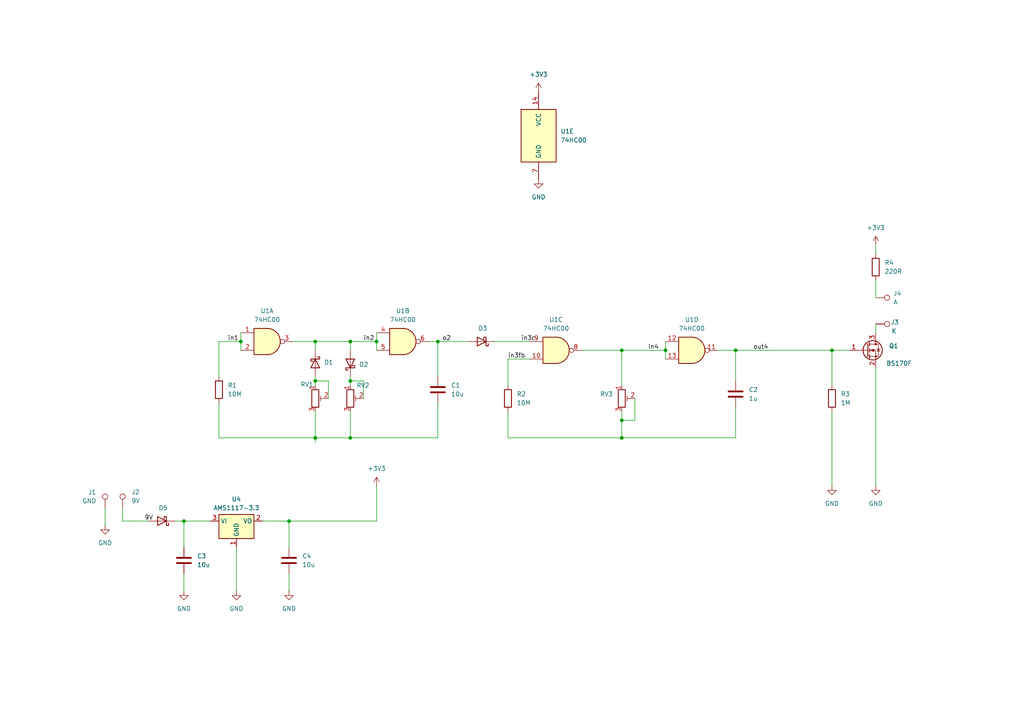
<source format=kicad_sch>
(kicad_sch
	(version 20231120)
	(generator "eeschema")
	(generator_version "8.0")
	(uuid "63d36a93-c9b9-4b8f-8019-3e3146112225")
	(paper "A4")
	(lib_symbols
		(symbol "74xx:74HC00"
			(pin_names
				(offset 1.016)
			)
			(exclude_from_sim no)
			(in_bom yes)
			(on_board yes)
			(property "Reference" "U"
				(at 0 1.27 0)
				(effects
					(font
						(size 1.27 1.27)
					)
				)
			)
			(property "Value" "74HC00"
				(at 0 -1.27 0)
				(effects
					(font
						(size 1.27 1.27)
					)
				)
			)
			(property "Footprint" ""
				(at 0 0 0)
				(effects
					(font
						(size 1.27 1.27)
					)
					(hide yes)
				)
			)
			(property "Datasheet" "http://www.ti.com/lit/gpn/sn74hc00"
				(at 0 0 0)
				(effects
					(font
						(size 1.27 1.27)
					)
					(hide yes)
				)
			)
			(property "Description" "quad 2-input NAND gate"
				(at 0 0 0)
				(effects
					(font
						(size 1.27 1.27)
					)
					(hide yes)
				)
			)
			(property "ki_locked" ""
				(at 0 0 0)
				(effects
					(font
						(size 1.27 1.27)
					)
				)
			)
			(property "ki_keywords" "HCMOS nand 2-input"
				(at 0 0 0)
				(effects
					(font
						(size 1.27 1.27)
					)
					(hide yes)
				)
			)
			(property "ki_fp_filters" "DIP*W7.62mm* SO14*"
				(at 0 0 0)
				(effects
					(font
						(size 1.27 1.27)
					)
					(hide yes)
				)
			)
			(symbol "74HC00_1_1"
				(arc
					(start 0 -3.81)
					(mid 3.7934 0)
					(end 0 3.81)
					(stroke
						(width 0.254)
						(type default)
					)
					(fill
						(type background)
					)
				)
				(polyline
					(pts
						(xy 0 3.81) (xy -3.81 3.81) (xy -3.81 -3.81) (xy 0 -3.81)
					)
					(stroke
						(width 0.254)
						(type default)
					)
					(fill
						(type background)
					)
				)
				(pin input line
					(at -7.62 2.54 0)
					(length 3.81)
					(name "~"
						(effects
							(font
								(size 1.27 1.27)
							)
						)
					)
					(number "1"
						(effects
							(font
								(size 1.27 1.27)
							)
						)
					)
				)
				(pin input line
					(at -7.62 -2.54 0)
					(length 3.81)
					(name "~"
						(effects
							(font
								(size 1.27 1.27)
							)
						)
					)
					(number "2"
						(effects
							(font
								(size 1.27 1.27)
							)
						)
					)
				)
				(pin output inverted
					(at 7.62 0 180)
					(length 3.81)
					(name "~"
						(effects
							(font
								(size 1.27 1.27)
							)
						)
					)
					(number "3"
						(effects
							(font
								(size 1.27 1.27)
							)
						)
					)
				)
			)
			(symbol "74HC00_1_2"
				(arc
					(start -3.81 -3.81)
					(mid -2.589 0)
					(end -3.81 3.81)
					(stroke
						(width 0.254)
						(type default)
					)
					(fill
						(type none)
					)
				)
				(arc
					(start -0.6096 -3.81)
					(mid 2.1842 -2.5851)
					(end 3.81 0)
					(stroke
						(width 0.254)
						(type default)
					)
					(fill
						(type background)
					)
				)
				(polyline
					(pts
						(xy -3.81 -3.81) (xy -0.635 -3.81)
					)
					(stroke
						(width 0.254)
						(type default)
					)
					(fill
						(type background)
					)
				)
				(polyline
					(pts
						(xy -3.81 3.81) (xy -0.635 3.81)
					)
					(stroke
						(width 0.254)
						(type default)
					)
					(fill
						(type background)
					)
				)
				(polyline
					(pts
						(xy -0.635 3.81) (xy -3.81 3.81) (xy -3.81 3.81) (xy -3.556 3.4036) (xy -3.0226 2.2606) (xy -2.6924 1.0414)
						(xy -2.6162 -0.254) (xy -2.7686 -1.4986) (xy -3.175 -2.7178) (xy -3.81 -3.81) (xy -3.81 -3.81)
						(xy -0.635 -3.81)
					)
					(stroke
						(width -25.4)
						(type default)
					)
					(fill
						(type background)
					)
				)
				(arc
					(start 3.81 0)
					(mid 2.1915 2.5936)
					(end -0.6096 3.81)
					(stroke
						(width 0.254)
						(type default)
					)
					(fill
						(type background)
					)
				)
				(pin input inverted
					(at -7.62 2.54 0)
					(length 4.318)
					(name "~"
						(effects
							(font
								(size 1.27 1.27)
							)
						)
					)
					(number "1"
						(effects
							(font
								(size 1.27 1.27)
							)
						)
					)
				)
				(pin input inverted
					(at -7.62 -2.54 0)
					(length 4.318)
					(name "~"
						(effects
							(font
								(size 1.27 1.27)
							)
						)
					)
					(number "2"
						(effects
							(font
								(size 1.27 1.27)
							)
						)
					)
				)
				(pin output line
					(at 7.62 0 180)
					(length 3.81)
					(name "~"
						(effects
							(font
								(size 1.27 1.27)
							)
						)
					)
					(number "3"
						(effects
							(font
								(size 1.27 1.27)
							)
						)
					)
				)
			)
			(symbol "74HC00_2_1"
				(arc
					(start 0 -3.81)
					(mid 3.7934 0)
					(end 0 3.81)
					(stroke
						(width 0.254)
						(type default)
					)
					(fill
						(type background)
					)
				)
				(polyline
					(pts
						(xy 0 3.81) (xy -3.81 3.81) (xy -3.81 -3.81) (xy 0 -3.81)
					)
					(stroke
						(width 0.254)
						(type default)
					)
					(fill
						(type background)
					)
				)
				(pin input line
					(at -7.62 2.54 0)
					(length 3.81)
					(name "~"
						(effects
							(font
								(size 1.27 1.27)
							)
						)
					)
					(number "4"
						(effects
							(font
								(size 1.27 1.27)
							)
						)
					)
				)
				(pin input line
					(at -7.62 -2.54 0)
					(length 3.81)
					(name "~"
						(effects
							(font
								(size 1.27 1.27)
							)
						)
					)
					(number "5"
						(effects
							(font
								(size 1.27 1.27)
							)
						)
					)
				)
				(pin output inverted
					(at 7.62 0 180)
					(length 3.81)
					(name "~"
						(effects
							(font
								(size 1.27 1.27)
							)
						)
					)
					(number "6"
						(effects
							(font
								(size 1.27 1.27)
							)
						)
					)
				)
			)
			(symbol "74HC00_2_2"
				(arc
					(start -3.81 -3.81)
					(mid -2.589 0)
					(end -3.81 3.81)
					(stroke
						(width 0.254)
						(type default)
					)
					(fill
						(type none)
					)
				)
				(arc
					(start -0.6096 -3.81)
					(mid 2.1842 -2.5851)
					(end 3.81 0)
					(stroke
						(width 0.254)
						(type default)
					)
					(fill
						(type background)
					)
				)
				(polyline
					(pts
						(xy -3.81 -3.81) (xy -0.635 -3.81)
					)
					(stroke
						(width 0.254)
						(type default)
					)
					(fill
						(type background)
					)
				)
				(polyline
					(pts
						(xy -3.81 3.81) (xy -0.635 3.81)
					)
					(stroke
						(width 0.254)
						(type default)
					)
					(fill
						(type background)
					)
				)
				(polyline
					(pts
						(xy -0.635 3.81) (xy -3.81 3.81) (xy -3.81 3.81) (xy -3.556 3.4036) (xy -3.0226 2.2606) (xy -2.6924 1.0414)
						(xy -2.6162 -0.254) (xy -2.7686 -1.4986) (xy -3.175 -2.7178) (xy -3.81 -3.81) (xy -3.81 -3.81)
						(xy -0.635 -3.81)
					)
					(stroke
						(width -25.4)
						(type default)
					)
					(fill
						(type background)
					)
				)
				(arc
					(start 3.81 0)
					(mid 2.1915 2.5936)
					(end -0.6096 3.81)
					(stroke
						(width 0.254)
						(type default)
					)
					(fill
						(type background)
					)
				)
				(pin input inverted
					(at -7.62 2.54 0)
					(length 4.318)
					(name "~"
						(effects
							(font
								(size 1.27 1.27)
							)
						)
					)
					(number "4"
						(effects
							(font
								(size 1.27 1.27)
							)
						)
					)
				)
				(pin input inverted
					(at -7.62 -2.54 0)
					(length 4.318)
					(name "~"
						(effects
							(font
								(size 1.27 1.27)
							)
						)
					)
					(number "5"
						(effects
							(font
								(size 1.27 1.27)
							)
						)
					)
				)
				(pin output line
					(at 7.62 0 180)
					(length 3.81)
					(name "~"
						(effects
							(font
								(size 1.27 1.27)
							)
						)
					)
					(number "6"
						(effects
							(font
								(size 1.27 1.27)
							)
						)
					)
				)
			)
			(symbol "74HC00_3_1"
				(arc
					(start 0 -3.81)
					(mid 3.7934 0)
					(end 0 3.81)
					(stroke
						(width 0.254)
						(type default)
					)
					(fill
						(type background)
					)
				)
				(polyline
					(pts
						(xy 0 3.81) (xy -3.81 3.81) (xy -3.81 -3.81) (xy 0 -3.81)
					)
					(stroke
						(width 0.254)
						(type default)
					)
					(fill
						(type background)
					)
				)
				(pin input line
					(at -7.62 -2.54 0)
					(length 3.81)
					(name "~"
						(effects
							(font
								(size 1.27 1.27)
							)
						)
					)
					(number "10"
						(effects
							(font
								(size 1.27 1.27)
							)
						)
					)
				)
				(pin output inverted
					(at 7.62 0 180)
					(length 3.81)
					(name "~"
						(effects
							(font
								(size 1.27 1.27)
							)
						)
					)
					(number "8"
						(effects
							(font
								(size 1.27 1.27)
							)
						)
					)
				)
				(pin input line
					(at -7.62 2.54 0)
					(length 3.81)
					(name "~"
						(effects
							(font
								(size 1.27 1.27)
							)
						)
					)
					(number "9"
						(effects
							(font
								(size 1.27 1.27)
							)
						)
					)
				)
			)
			(symbol "74HC00_3_2"
				(arc
					(start -3.81 -3.81)
					(mid -2.589 0)
					(end -3.81 3.81)
					(stroke
						(width 0.254)
						(type default)
					)
					(fill
						(type none)
					)
				)
				(arc
					(start -0.6096 -3.81)
					(mid 2.1842 -2.5851)
					(end 3.81 0)
					(stroke
						(width 0.254)
						(type default)
					)
					(fill
						(type background)
					)
				)
				(polyline
					(pts
						(xy -3.81 -3.81) (xy -0.635 -3.81)
					)
					(stroke
						(width 0.254)
						(type default)
					)
					(fill
						(type background)
					)
				)
				(polyline
					(pts
						(xy -3.81 3.81) (xy -0.635 3.81)
					)
					(stroke
						(width 0.254)
						(type default)
					)
					(fill
						(type background)
					)
				)
				(polyline
					(pts
						(xy -0.635 3.81) (xy -3.81 3.81) (xy -3.81 3.81) (xy -3.556 3.4036) (xy -3.0226 2.2606) (xy -2.6924 1.0414)
						(xy -2.6162 -0.254) (xy -2.7686 -1.4986) (xy -3.175 -2.7178) (xy -3.81 -3.81) (xy -3.81 -3.81)
						(xy -0.635 -3.81)
					)
					(stroke
						(width -25.4)
						(type default)
					)
					(fill
						(type background)
					)
				)
				(arc
					(start 3.81 0)
					(mid 2.1915 2.5936)
					(end -0.6096 3.81)
					(stroke
						(width 0.254)
						(type default)
					)
					(fill
						(type background)
					)
				)
				(pin input inverted
					(at -7.62 -2.54 0)
					(length 4.318)
					(name "~"
						(effects
							(font
								(size 1.27 1.27)
							)
						)
					)
					(number "10"
						(effects
							(font
								(size 1.27 1.27)
							)
						)
					)
				)
				(pin output line
					(at 7.62 0 180)
					(length 3.81)
					(name "~"
						(effects
							(font
								(size 1.27 1.27)
							)
						)
					)
					(number "8"
						(effects
							(font
								(size 1.27 1.27)
							)
						)
					)
				)
				(pin input inverted
					(at -7.62 2.54 0)
					(length 4.318)
					(name "~"
						(effects
							(font
								(size 1.27 1.27)
							)
						)
					)
					(number "9"
						(effects
							(font
								(size 1.27 1.27)
							)
						)
					)
				)
			)
			(symbol "74HC00_4_1"
				(arc
					(start 0 -3.81)
					(mid 3.7934 0)
					(end 0 3.81)
					(stroke
						(width 0.254)
						(type default)
					)
					(fill
						(type background)
					)
				)
				(polyline
					(pts
						(xy 0 3.81) (xy -3.81 3.81) (xy -3.81 -3.81) (xy 0 -3.81)
					)
					(stroke
						(width 0.254)
						(type default)
					)
					(fill
						(type background)
					)
				)
				(pin output inverted
					(at 7.62 0 180)
					(length 3.81)
					(name "~"
						(effects
							(font
								(size 1.27 1.27)
							)
						)
					)
					(number "11"
						(effects
							(font
								(size 1.27 1.27)
							)
						)
					)
				)
				(pin input line
					(at -7.62 2.54 0)
					(length 3.81)
					(name "~"
						(effects
							(font
								(size 1.27 1.27)
							)
						)
					)
					(number "12"
						(effects
							(font
								(size 1.27 1.27)
							)
						)
					)
				)
				(pin input line
					(at -7.62 -2.54 0)
					(length 3.81)
					(name "~"
						(effects
							(font
								(size 1.27 1.27)
							)
						)
					)
					(number "13"
						(effects
							(font
								(size 1.27 1.27)
							)
						)
					)
				)
			)
			(symbol "74HC00_4_2"
				(arc
					(start -3.81 -3.81)
					(mid -2.589 0)
					(end -3.81 3.81)
					(stroke
						(width 0.254)
						(type default)
					)
					(fill
						(type none)
					)
				)
				(arc
					(start -0.6096 -3.81)
					(mid 2.1842 -2.5851)
					(end 3.81 0)
					(stroke
						(width 0.254)
						(type default)
					)
					(fill
						(type background)
					)
				)
				(polyline
					(pts
						(xy -3.81 -3.81) (xy -0.635 -3.81)
					)
					(stroke
						(width 0.254)
						(type default)
					)
					(fill
						(type background)
					)
				)
				(polyline
					(pts
						(xy -3.81 3.81) (xy -0.635 3.81)
					)
					(stroke
						(width 0.254)
						(type default)
					)
					(fill
						(type background)
					)
				)
				(polyline
					(pts
						(xy -0.635 3.81) (xy -3.81 3.81) (xy -3.81 3.81) (xy -3.556 3.4036) (xy -3.0226 2.2606) (xy -2.6924 1.0414)
						(xy -2.6162 -0.254) (xy -2.7686 -1.4986) (xy -3.175 -2.7178) (xy -3.81 -3.81) (xy -3.81 -3.81)
						(xy -0.635 -3.81)
					)
					(stroke
						(width -25.4)
						(type default)
					)
					(fill
						(type background)
					)
				)
				(arc
					(start 3.81 0)
					(mid 2.1915 2.5936)
					(end -0.6096 3.81)
					(stroke
						(width 0.254)
						(type default)
					)
					(fill
						(type background)
					)
				)
				(pin output line
					(at 7.62 0 180)
					(length 3.81)
					(name "~"
						(effects
							(font
								(size 1.27 1.27)
							)
						)
					)
					(number "11"
						(effects
							(font
								(size 1.27 1.27)
							)
						)
					)
				)
				(pin input inverted
					(at -7.62 2.54 0)
					(length 4.318)
					(name "~"
						(effects
							(font
								(size 1.27 1.27)
							)
						)
					)
					(number "12"
						(effects
							(font
								(size 1.27 1.27)
							)
						)
					)
				)
				(pin input inverted
					(at -7.62 -2.54 0)
					(length 4.318)
					(name "~"
						(effects
							(font
								(size 1.27 1.27)
							)
						)
					)
					(number "13"
						(effects
							(font
								(size 1.27 1.27)
							)
						)
					)
				)
			)
			(symbol "74HC00_5_0"
				(pin power_in line
					(at 0 12.7 270)
					(length 5.08)
					(name "VCC"
						(effects
							(font
								(size 1.27 1.27)
							)
						)
					)
					(number "14"
						(effects
							(font
								(size 1.27 1.27)
							)
						)
					)
				)
				(pin power_in line
					(at 0 -12.7 90)
					(length 5.08)
					(name "GND"
						(effects
							(font
								(size 1.27 1.27)
							)
						)
					)
					(number "7"
						(effects
							(font
								(size 1.27 1.27)
							)
						)
					)
				)
			)
			(symbol "74HC00_5_1"
				(rectangle
					(start -5.08 7.62)
					(end 5.08 -7.62)
					(stroke
						(width 0.254)
						(type default)
					)
					(fill
						(type background)
					)
				)
			)
		)
		(symbol "Connector:TestPoint"
			(pin_numbers hide)
			(pin_names
				(offset 0.762) hide)
			(exclude_from_sim no)
			(in_bom yes)
			(on_board yes)
			(property "Reference" "TP"
				(at 0 6.858 0)
				(effects
					(font
						(size 1.27 1.27)
					)
				)
			)
			(property "Value" "TestPoint"
				(at 0 5.08 0)
				(effects
					(font
						(size 1.27 1.27)
					)
				)
			)
			(property "Footprint" ""
				(at 5.08 0 0)
				(effects
					(font
						(size 1.27 1.27)
					)
					(hide yes)
				)
			)
			(property "Datasheet" "~"
				(at 5.08 0 0)
				(effects
					(font
						(size 1.27 1.27)
					)
					(hide yes)
				)
			)
			(property "Description" "test point"
				(at 0 0 0)
				(effects
					(font
						(size 1.27 1.27)
					)
					(hide yes)
				)
			)
			(property "ki_keywords" "test point tp"
				(at 0 0 0)
				(effects
					(font
						(size 1.27 1.27)
					)
					(hide yes)
				)
			)
			(property "ki_fp_filters" "Pin* Test*"
				(at 0 0 0)
				(effects
					(font
						(size 1.27 1.27)
					)
					(hide yes)
				)
			)
			(symbol "TestPoint_0_1"
				(circle
					(center 0 3.302)
					(radius 0.762)
					(stroke
						(width 0)
						(type default)
					)
					(fill
						(type none)
					)
				)
			)
			(symbol "TestPoint_1_1"
				(pin passive line
					(at 0 0 90)
					(length 2.54)
					(name "1"
						(effects
							(font
								(size 1.27 1.27)
							)
						)
					)
					(number "1"
						(effects
							(font
								(size 1.27 1.27)
							)
						)
					)
				)
			)
		)
		(symbol "Device:C"
			(pin_numbers hide)
			(pin_names
				(offset 0.254)
			)
			(exclude_from_sim no)
			(in_bom yes)
			(on_board yes)
			(property "Reference" "C"
				(at 0.635 2.54 0)
				(effects
					(font
						(size 1.27 1.27)
					)
					(justify left)
				)
			)
			(property "Value" "C"
				(at 0.635 -2.54 0)
				(effects
					(font
						(size 1.27 1.27)
					)
					(justify left)
				)
			)
			(property "Footprint" ""
				(at 0.9652 -3.81 0)
				(effects
					(font
						(size 1.27 1.27)
					)
					(hide yes)
				)
			)
			(property "Datasheet" "~"
				(at 0 0 0)
				(effects
					(font
						(size 1.27 1.27)
					)
					(hide yes)
				)
			)
			(property "Description" "Unpolarized capacitor"
				(at 0 0 0)
				(effects
					(font
						(size 1.27 1.27)
					)
					(hide yes)
				)
			)
			(property "ki_keywords" "cap capacitor"
				(at 0 0 0)
				(effects
					(font
						(size 1.27 1.27)
					)
					(hide yes)
				)
			)
			(property "ki_fp_filters" "C_*"
				(at 0 0 0)
				(effects
					(font
						(size 1.27 1.27)
					)
					(hide yes)
				)
			)
			(symbol "C_0_1"
				(polyline
					(pts
						(xy -2.032 -0.762) (xy 2.032 -0.762)
					)
					(stroke
						(width 0.508)
						(type default)
					)
					(fill
						(type none)
					)
				)
				(polyline
					(pts
						(xy -2.032 0.762) (xy 2.032 0.762)
					)
					(stroke
						(width 0.508)
						(type default)
					)
					(fill
						(type none)
					)
				)
			)
			(symbol "C_1_1"
				(pin passive line
					(at 0 3.81 270)
					(length 2.794)
					(name "~"
						(effects
							(font
								(size 1.27 1.27)
							)
						)
					)
					(number "1"
						(effects
							(font
								(size 1.27 1.27)
							)
						)
					)
				)
				(pin passive line
					(at 0 -3.81 90)
					(length 2.794)
					(name "~"
						(effects
							(font
								(size 1.27 1.27)
							)
						)
					)
					(number "2"
						(effects
							(font
								(size 1.27 1.27)
							)
						)
					)
				)
			)
		)
		(symbol "Device:D_Schottky"
			(pin_numbers hide)
			(pin_names
				(offset 1.016) hide)
			(exclude_from_sim no)
			(in_bom yes)
			(on_board yes)
			(property "Reference" "D"
				(at 0 2.54 0)
				(effects
					(font
						(size 1.27 1.27)
					)
				)
			)
			(property "Value" "D_Schottky"
				(at 0 -2.54 0)
				(effects
					(font
						(size 1.27 1.27)
					)
				)
			)
			(property "Footprint" ""
				(at 0 0 0)
				(effects
					(font
						(size 1.27 1.27)
					)
					(hide yes)
				)
			)
			(property "Datasheet" "~"
				(at 0 0 0)
				(effects
					(font
						(size 1.27 1.27)
					)
					(hide yes)
				)
			)
			(property "Description" "Schottky diode"
				(at 0 0 0)
				(effects
					(font
						(size 1.27 1.27)
					)
					(hide yes)
				)
			)
			(property "ki_keywords" "diode Schottky"
				(at 0 0 0)
				(effects
					(font
						(size 1.27 1.27)
					)
					(hide yes)
				)
			)
			(property "ki_fp_filters" "TO-???* *_Diode_* *SingleDiode* D_*"
				(at 0 0 0)
				(effects
					(font
						(size 1.27 1.27)
					)
					(hide yes)
				)
			)
			(symbol "D_Schottky_0_1"
				(polyline
					(pts
						(xy 1.27 0) (xy -1.27 0)
					)
					(stroke
						(width 0)
						(type default)
					)
					(fill
						(type none)
					)
				)
				(polyline
					(pts
						(xy 1.27 1.27) (xy 1.27 -1.27) (xy -1.27 0) (xy 1.27 1.27)
					)
					(stroke
						(width 0.254)
						(type default)
					)
					(fill
						(type none)
					)
				)
				(polyline
					(pts
						(xy -1.905 0.635) (xy -1.905 1.27) (xy -1.27 1.27) (xy -1.27 -1.27) (xy -0.635 -1.27) (xy -0.635 -0.635)
					)
					(stroke
						(width 0.254)
						(type default)
					)
					(fill
						(type none)
					)
				)
			)
			(symbol "D_Schottky_1_1"
				(pin passive line
					(at -3.81 0 0)
					(length 2.54)
					(name "K"
						(effects
							(font
								(size 1.27 1.27)
							)
						)
					)
					(number "1"
						(effects
							(font
								(size 1.27 1.27)
							)
						)
					)
				)
				(pin passive line
					(at 3.81 0 180)
					(length 2.54)
					(name "A"
						(effects
							(font
								(size 1.27 1.27)
							)
						)
					)
					(number "2"
						(effects
							(font
								(size 1.27 1.27)
							)
						)
					)
				)
			)
		)
		(symbol "Device:R"
			(pin_numbers hide)
			(pin_names
				(offset 0)
			)
			(exclude_from_sim no)
			(in_bom yes)
			(on_board yes)
			(property "Reference" "R"
				(at 2.032 0 90)
				(effects
					(font
						(size 1.27 1.27)
					)
				)
			)
			(property "Value" "R"
				(at 0 0 90)
				(effects
					(font
						(size 1.27 1.27)
					)
				)
			)
			(property "Footprint" ""
				(at -1.778 0 90)
				(effects
					(font
						(size 1.27 1.27)
					)
					(hide yes)
				)
			)
			(property "Datasheet" "~"
				(at 0 0 0)
				(effects
					(font
						(size 1.27 1.27)
					)
					(hide yes)
				)
			)
			(property "Description" "Resistor"
				(at 0 0 0)
				(effects
					(font
						(size 1.27 1.27)
					)
					(hide yes)
				)
			)
			(property "ki_keywords" "R res resistor"
				(at 0 0 0)
				(effects
					(font
						(size 1.27 1.27)
					)
					(hide yes)
				)
			)
			(property "ki_fp_filters" "R_*"
				(at 0 0 0)
				(effects
					(font
						(size 1.27 1.27)
					)
					(hide yes)
				)
			)
			(symbol "R_0_1"
				(rectangle
					(start -1.016 -2.54)
					(end 1.016 2.54)
					(stroke
						(width 0.254)
						(type default)
					)
					(fill
						(type none)
					)
				)
			)
			(symbol "R_1_1"
				(pin passive line
					(at 0 3.81 270)
					(length 1.27)
					(name "~"
						(effects
							(font
								(size 1.27 1.27)
							)
						)
					)
					(number "1"
						(effects
							(font
								(size 1.27 1.27)
							)
						)
					)
				)
				(pin passive line
					(at 0 -3.81 90)
					(length 1.27)
					(name "~"
						(effects
							(font
								(size 1.27 1.27)
							)
						)
					)
					(number "2"
						(effects
							(font
								(size 1.27 1.27)
							)
						)
					)
				)
			)
		)
		(symbol "Device:R_Potentiometer_Trim"
			(pin_names
				(offset 1.016) hide)
			(exclude_from_sim no)
			(in_bom yes)
			(on_board yes)
			(property "Reference" "RV"
				(at -4.445 0 90)
				(effects
					(font
						(size 1.27 1.27)
					)
				)
			)
			(property "Value" "R_Potentiometer_Trim"
				(at -2.54 0 90)
				(effects
					(font
						(size 1.27 1.27)
					)
				)
			)
			(property "Footprint" ""
				(at 0 0 0)
				(effects
					(font
						(size 1.27 1.27)
					)
					(hide yes)
				)
			)
			(property "Datasheet" "~"
				(at 0 0 0)
				(effects
					(font
						(size 1.27 1.27)
					)
					(hide yes)
				)
			)
			(property "Description" "Trim-potentiometer"
				(at 0 0 0)
				(effects
					(font
						(size 1.27 1.27)
					)
					(hide yes)
				)
			)
			(property "ki_keywords" "resistor variable trimpot trimmer"
				(at 0 0 0)
				(effects
					(font
						(size 1.27 1.27)
					)
					(hide yes)
				)
			)
			(property "ki_fp_filters" "Potentiometer*"
				(at 0 0 0)
				(effects
					(font
						(size 1.27 1.27)
					)
					(hide yes)
				)
			)
			(symbol "R_Potentiometer_Trim_0_1"
				(polyline
					(pts
						(xy 1.524 0.762) (xy 1.524 -0.762)
					)
					(stroke
						(width 0)
						(type default)
					)
					(fill
						(type none)
					)
				)
				(polyline
					(pts
						(xy 2.54 0) (xy 1.524 0)
					)
					(stroke
						(width 0)
						(type default)
					)
					(fill
						(type none)
					)
				)
				(rectangle
					(start 1.016 2.54)
					(end -1.016 -2.54)
					(stroke
						(width 0.254)
						(type default)
					)
					(fill
						(type none)
					)
				)
			)
			(symbol "R_Potentiometer_Trim_1_1"
				(pin passive line
					(at 0 3.81 270)
					(length 1.27)
					(name "1"
						(effects
							(font
								(size 1.27 1.27)
							)
						)
					)
					(number "1"
						(effects
							(font
								(size 1.27 1.27)
							)
						)
					)
				)
				(pin passive line
					(at 3.81 0 180)
					(length 1.27)
					(name "2"
						(effects
							(font
								(size 1.27 1.27)
							)
						)
					)
					(number "2"
						(effects
							(font
								(size 1.27 1.27)
							)
						)
					)
				)
				(pin passive line
					(at 0 -3.81 90)
					(length 1.27)
					(name "3"
						(effects
							(font
								(size 1.27 1.27)
							)
						)
					)
					(number "3"
						(effects
							(font
								(size 1.27 1.27)
							)
						)
					)
				)
			)
		)
		(symbol "Regulator_Linear:AMS1117-3.3"
			(exclude_from_sim no)
			(in_bom yes)
			(on_board yes)
			(property "Reference" "U"
				(at -3.81 3.175 0)
				(effects
					(font
						(size 1.27 1.27)
					)
				)
			)
			(property "Value" "AMS1117-3.3"
				(at 0 3.175 0)
				(effects
					(font
						(size 1.27 1.27)
					)
					(justify left)
				)
			)
			(property "Footprint" "Package_TO_SOT_SMD:SOT-223-3_TabPin2"
				(at 0 5.08 0)
				(effects
					(font
						(size 1.27 1.27)
					)
					(hide yes)
				)
			)
			(property "Datasheet" "http://www.advanced-monolithic.com/pdf/ds1117.pdf"
				(at 2.54 -6.35 0)
				(effects
					(font
						(size 1.27 1.27)
					)
					(hide yes)
				)
			)
			(property "Description" "1A Low Dropout regulator, positive, 3.3V fixed output, SOT-223"
				(at 0 0 0)
				(effects
					(font
						(size 1.27 1.27)
					)
					(hide yes)
				)
			)
			(property "ki_keywords" "linear regulator ldo fixed positive"
				(at 0 0 0)
				(effects
					(font
						(size 1.27 1.27)
					)
					(hide yes)
				)
			)
			(property "ki_fp_filters" "SOT?223*TabPin2*"
				(at 0 0 0)
				(effects
					(font
						(size 1.27 1.27)
					)
					(hide yes)
				)
			)
			(symbol "AMS1117-3.3_0_1"
				(rectangle
					(start -5.08 -5.08)
					(end 5.08 1.905)
					(stroke
						(width 0.254)
						(type default)
					)
					(fill
						(type background)
					)
				)
			)
			(symbol "AMS1117-3.3_1_1"
				(pin power_in line
					(at 0 -7.62 90)
					(length 2.54)
					(name "GND"
						(effects
							(font
								(size 1.27 1.27)
							)
						)
					)
					(number "1"
						(effects
							(font
								(size 1.27 1.27)
							)
						)
					)
				)
				(pin power_out line
					(at 7.62 0 180)
					(length 2.54)
					(name "VO"
						(effects
							(font
								(size 1.27 1.27)
							)
						)
					)
					(number "2"
						(effects
							(font
								(size 1.27 1.27)
							)
						)
					)
				)
				(pin power_in line
					(at -7.62 0 0)
					(length 2.54)
					(name "VI"
						(effects
							(font
								(size 1.27 1.27)
							)
						)
					)
					(number "3"
						(effects
							(font
								(size 1.27 1.27)
							)
						)
					)
				)
			)
		)
		(symbol "Transistor_FET:BS170F"
			(pin_names hide)
			(exclude_from_sim no)
			(in_bom yes)
			(on_board yes)
			(property "Reference" "Q"
				(at 5.08 1.905 0)
				(effects
					(font
						(size 1.27 1.27)
					)
					(justify left)
				)
			)
			(property "Value" "BS170F"
				(at 5.08 0 0)
				(effects
					(font
						(size 1.27 1.27)
					)
					(justify left)
				)
			)
			(property "Footprint" "Package_TO_SOT_SMD:SOT-23"
				(at 5.08 -1.905 0)
				(effects
					(font
						(size 1.27 1.27)
						(italic yes)
					)
					(justify left)
					(hide yes)
				)
			)
			(property "Datasheet" "http://www.diodes.com/assets/Datasheets/BS170F.pdf"
				(at 5.08 -3.81 0)
				(effects
					(font
						(size 1.27 1.27)
					)
					(justify left)
					(hide yes)
				)
			)
			(property "Description" "0.15A Id, 60V Vds, N-Channel MOSFET, SOT-23"
				(at 0 0 0)
				(effects
					(font
						(size 1.27 1.27)
					)
					(hide yes)
				)
			)
			(property "ki_keywords" "N-Channel MOSFET"
				(at 0 0 0)
				(effects
					(font
						(size 1.27 1.27)
					)
					(hide yes)
				)
			)
			(property "ki_fp_filters" "SOT?23*"
				(at 0 0 0)
				(effects
					(font
						(size 1.27 1.27)
					)
					(hide yes)
				)
			)
			(symbol "BS170F_0_1"
				(polyline
					(pts
						(xy 0.254 0) (xy -2.54 0)
					)
					(stroke
						(width 0)
						(type default)
					)
					(fill
						(type none)
					)
				)
				(polyline
					(pts
						(xy 0.254 1.905) (xy 0.254 -1.905)
					)
					(stroke
						(width 0.254)
						(type default)
					)
					(fill
						(type none)
					)
				)
				(polyline
					(pts
						(xy 0.762 -1.27) (xy 0.762 -2.286)
					)
					(stroke
						(width 0.254)
						(type default)
					)
					(fill
						(type none)
					)
				)
				(polyline
					(pts
						(xy 0.762 0.508) (xy 0.762 -0.508)
					)
					(stroke
						(width 0.254)
						(type default)
					)
					(fill
						(type none)
					)
				)
				(polyline
					(pts
						(xy 0.762 2.286) (xy 0.762 1.27)
					)
					(stroke
						(width 0.254)
						(type default)
					)
					(fill
						(type none)
					)
				)
				(polyline
					(pts
						(xy 2.54 2.54) (xy 2.54 1.778)
					)
					(stroke
						(width 0)
						(type default)
					)
					(fill
						(type none)
					)
				)
				(polyline
					(pts
						(xy 2.54 -2.54) (xy 2.54 0) (xy 0.762 0)
					)
					(stroke
						(width 0)
						(type default)
					)
					(fill
						(type none)
					)
				)
				(polyline
					(pts
						(xy 0.762 -1.778) (xy 3.302 -1.778) (xy 3.302 1.778) (xy 0.762 1.778)
					)
					(stroke
						(width 0)
						(type default)
					)
					(fill
						(type none)
					)
				)
				(polyline
					(pts
						(xy 1.016 0) (xy 2.032 0.381) (xy 2.032 -0.381) (xy 1.016 0)
					)
					(stroke
						(width 0)
						(type default)
					)
					(fill
						(type outline)
					)
				)
				(polyline
					(pts
						(xy 2.794 0.508) (xy 2.921 0.381) (xy 3.683 0.381) (xy 3.81 0.254)
					)
					(stroke
						(width 0)
						(type default)
					)
					(fill
						(type none)
					)
				)
				(polyline
					(pts
						(xy 3.302 0.381) (xy 2.921 -0.254) (xy 3.683 -0.254) (xy 3.302 0.381)
					)
					(stroke
						(width 0)
						(type default)
					)
					(fill
						(type none)
					)
				)
				(circle
					(center 1.651 0)
					(radius 2.794)
					(stroke
						(width 0.254)
						(type default)
					)
					(fill
						(type none)
					)
				)
				(circle
					(center 2.54 -1.778)
					(radius 0.254)
					(stroke
						(width 0)
						(type default)
					)
					(fill
						(type outline)
					)
				)
				(circle
					(center 2.54 1.778)
					(radius 0.254)
					(stroke
						(width 0)
						(type default)
					)
					(fill
						(type outline)
					)
				)
			)
			(symbol "BS170F_1_1"
				(pin input line
					(at -5.08 0 0)
					(length 2.54)
					(name "G"
						(effects
							(font
								(size 1.27 1.27)
							)
						)
					)
					(number "1"
						(effects
							(font
								(size 1.27 1.27)
							)
						)
					)
				)
				(pin passive line
					(at 2.54 -5.08 90)
					(length 2.54)
					(name "S"
						(effects
							(font
								(size 1.27 1.27)
							)
						)
					)
					(number "2"
						(effects
							(font
								(size 1.27 1.27)
							)
						)
					)
				)
				(pin passive line
					(at 2.54 5.08 270)
					(length 2.54)
					(name "D"
						(effects
							(font
								(size 1.27 1.27)
							)
						)
					)
					(number "3"
						(effects
							(font
								(size 1.27 1.27)
							)
						)
					)
				)
			)
		)
		(symbol "power:+3V3"
			(power)
			(pin_numbers hide)
			(pin_names
				(offset 0) hide)
			(exclude_from_sim no)
			(in_bom yes)
			(on_board yes)
			(property "Reference" "#PWR"
				(at 0 -3.81 0)
				(effects
					(font
						(size 1.27 1.27)
					)
					(hide yes)
				)
			)
			(property "Value" "+3V3"
				(at 0 3.556 0)
				(effects
					(font
						(size 1.27 1.27)
					)
				)
			)
			(property "Footprint" ""
				(at 0 0 0)
				(effects
					(font
						(size 1.27 1.27)
					)
					(hide yes)
				)
			)
			(property "Datasheet" ""
				(at 0 0 0)
				(effects
					(font
						(size 1.27 1.27)
					)
					(hide yes)
				)
			)
			(property "Description" "Power symbol creates a global label with name \"+3V3\""
				(at 0 0 0)
				(effects
					(font
						(size 1.27 1.27)
					)
					(hide yes)
				)
			)
			(property "ki_keywords" "global power"
				(at 0 0 0)
				(effects
					(font
						(size 1.27 1.27)
					)
					(hide yes)
				)
			)
			(symbol "+3V3_0_1"
				(polyline
					(pts
						(xy -0.762 1.27) (xy 0 2.54)
					)
					(stroke
						(width 0)
						(type default)
					)
					(fill
						(type none)
					)
				)
				(polyline
					(pts
						(xy 0 0) (xy 0 2.54)
					)
					(stroke
						(width 0)
						(type default)
					)
					(fill
						(type none)
					)
				)
				(polyline
					(pts
						(xy 0 2.54) (xy 0.762 1.27)
					)
					(stroke
						(width 0)
						(type default)
					)
					(fill
						(type none)
					)
				)
			)
			(symbol "+3V3_1_1"
				(pin power_in line
					(at 0 0 90)
					(length 0)
					(name "~"
						(effects
							(font
								(size 1.27 1.27)
							)
						)
					)
					(number "1"
						(effects
							(font
								(size 1.27 1.27)
							)
						)
					)
				)
			)
		)
		(symbol "power:GND"
			(power)
			(pin_numbers hide)
			(pin_names
				(offset 0) hide)
			(exclude_from_sim no)
			(in_bom yes)
			(on_board yes)
			(property "Reference" "#PWR"
				(at 0 -6.35 0)
				(effects
					(font
						(size 1.27 1.27)
					)
					(hide yes)
				)
			)
			(property "Value" "GND"
				(at 0 -3.81 0)
				(effects
					(font
						(size 1.27 1.27)
					)
				)
			)
			(property "Footprint" ""
				(at 0 0 0)
				(effects
					(font
						(size 1.27 1.27)
					)
					(hide yes)
				)
			)
			(property "Datasheet" ""
				(at 0 0 0)
				(effects
					(font
						(size 1.27 1.27)
					)
					(hide yes)
				)
			)
			(property "Description" "Power symbol creates a global label with name \"GND\" , ground"
				(at 0 0 0)
				(effects
					(font
						(size 1.27 1.27)
					)
					(hide yes)
				)
			)
			(property "ki_keywords" "global power"
				(at 0 0 0)
				(effects
					(font
						(size 1.27 1.27)
					)
					(hide yes)
				)
			)
			(symbol "GND_0_1"
				(polyline
					(pts
						(xy 0 0) (xy 0 -1.27) (xy 1.27 -1.27) (xy 0 -2.54) (xy -1.27 -1.27) (xy 0 -1.27)
					)
					(stroke
						(width 0)
						(type default)
					)
					(fill
						(type none)
					)
				)
			)
			(symbol "GND_1_1"
				(pin power_in line
					(at 0 0 270)
					(length 0)
					(name "~"
						(effects
							(font
								(size 1.27 1.27)
							)
						)
					)
					(number "1"
						(effects
							(font
								(size 1.27 1.27)
							)
						)
					)
				)
			)
		)
		(symbol "power:VDD"
			(power)
			(pin_numbers hide)
			(pin_names
				(offset 0) hide)
			(exclude_from_sim no)
			(in_bom yes)
			(on_board yes)
			(property "Reference" "#PWR"
				(at 0 -3.81 0)
				(effects
					(font
						(size 1.27 1.27)
					)
					(hide yes)
				)
			)
			(property "Value" "VDD"
				(at 0 3.556 0)
				(effects
					(font
						(size 1.27 1.27)
					)
				)
			)
			(property "Footprint" ""
				(at 0 0 0)
				(effects
					(font
						(size 1.27 1.27)
					)
					(hide yes)
				)
			)
			(property "Datasheet" ""
				(at 0 0 0)
				(effects
					(font
						(size 1.27 1.27)
					)
					(hide yes)
				)
			)
			(property "Description" "Power symbol creates a global label with name \"VDD\""
				(at 0 0 0)
				(effects
					(font
						(size 1.27 1.27)
					)
					(hide yes)
				)
			)
			(property "ki_keywords" "global power"
				(at 0 0 0)
				(effects
					(font
						(size 1.27 1.27)
					)
					(hide yes)
				)
			)
			(symbol "VDD_0_1"
				(polyline
					(pts
						(xy -0.762 1.27) (xy 0 2.54)
					)
					(stroke
						(width 0)
						(type default)
					)
					(fill
						(type none)
					)
				)
				(polyline
					(pts
						(xy 0 0) (xy 0 2.54)
					)
					(stroke
						(width 0)
						(type default)
					)
					(fill
						(type none)
					)
				)
				(polyline
					(pts
						(xy 0 2.54) (xy 0.762 1.27)
					)
					(stroke
						(width 0)
						(type default)
					)
					(fill
						(type none)
					)
				)
			)
			(symbol "VDD_1_1"
				(pin power_in line
					(at 0 0 90)
					(length 0)
					(name "~"
						(effects
							(font
								(size 1.27 1.27)
							)
						)
					)
					(number "1"
						(effects
							(font
								(size 1.27 1.27)
							)
						)
					)
				)
			)
		)
	)
	(junction
		(at 101.6 127)
		(diameter 0)
		(color 0 0 0 0)
		(uuid "17457191-e9cb-4036-8662-b59b1cb8d0f5")
	)
	(junction
		(at 69.85 99.06)
		(diameter 0)
		(color 0 0 0 0)
		(uuid "1a416657-abb2-405f-8573-d1ddf381a9ab")
	)
	(junction
		(at 83.82 151.13)
		(diameter 0)
		(color 0 0 0 0)
		(uuid "2073adfb-8c2c-4cb4-9ae0-2d9ea8224224")
	)
	(junction
		(at 213.36 101.6)
		(diameter 0)
		(color 0 0 0 0)
		(uuid "22cbfa8d-ecd3-4612-a347-d70ce3fd55ea")
	)
	(junction
		(at 101.6 99.06)
		(diameter 0)
		(color 0 0 0 0)
		(uuid "2e7d5b0b-daa5-40f9-8b8e-d212a31af964")
	)
	(junction
		(at 241.3 101.6)
		(diameter 0)
		(color 0 0 0 0)
		(uuid "5a1119fe-6e6e-4634-8ce0-2bd71bf1c469")
	)
	(junction
		(at 109.22 99.06)
		(diameter 0)
		(color 0 0 0 0)
		(uuid "5a93540a-98aa-430f-ac87-68ec3c8fe5ef")
	)
	(junction
		(at 91.44 127)
		(diameter 0)
		(color 0 0 0 0)
		(uuid "5c9425bb-8fb6-4036-9067-84059f10a508")
	)
	(junction
		(at 180.34 101.6)
		(diameter 0)
		(color 0 0 0 0)
		(uuid "6892a78a-e548-4378-9fe9-19c394a0842a")
	)
	(junction
		(at 53.34 151.13)
		(diameter 0)
		(color 0 0 0 0)
		(uuid "6c38a899-d035-4895-92c5-1eef8c85f6f2")
	)
	(junction
		(at 180.34 127)
		(diameter 0)
		(color 0 0 0 0)
		(uuid "6c9932d5-d7d3-4b36-b36a-04bfce3afb4b")
	)
	(junction
		(at 91.44 99.06)
		(diameter 0)
		(color 0 0 0 0)
		(uuid "7430f96f-d1e3-48fb-aa73-d8b3a50299c5")
	)
	(junction
		(at 180.34 121.92)
		(diameter 0)
		(color 0 0 0 0)
		(uuid "9366bd2d-364f-438d-b88e-f272fd427bab")
	)
	(junction
		(at 101.6 110.49)
		(diameter 0)
		(color 0 0 0 0)
		(uuid "9fc03278-adb3-4210-acf6-ff5e954f96a6")
	)
	(junction
		(at 91.44 110.49)
		(diameter 0)
		(color 0 0 0 0)
		(uuid "c26a5106-93af-4726-beff-d7e264bb1a83")
	)
	(junction
		(at 127 99.06)
		(diameter 0)
		(color 0 0 0 0)
		(uuid "e8955df7-3b6a-49fc-b507-23f65c1c3143")
	)
	(junction
		(at 193.04 101.6)
		(diameter 0)
		(color 0 0 0 0)
		(uuid "efc85e84-005a-4d51-93d5-edc26c4e8f68")
	)
	(wire
		(pts
			(xy 109.22 99.06) (xy 109.22 101.6)
		)
		(stroke
			(width 0)
			(type default)
		)
		(uuid "038a1193-75a2-484c-9032-e10fdc6bad18")
	)
	(wire
		(pts
			(xy 127 99.06) (xy 135.89 99.06)
		)
		(stroke
			(width 0)
			(type default)
		)
		(uuid "049c6b88-57bd-48c3-8cec-639ea1ecaf1f")
	)
	(wire
		(pts
			(xy 213.36 101.6) (xy 241.3 101.6)
		)
		(stroke
			(width 0)
			(type default)
		)
		(uuid "0846f507-488f-459c-9ba0-511fb915618e")
	)
	(wire
		(pts
			(xy 180.34 101.6) (xy 193.04 101.6)
		)
		(stroke
			(width 0)
			(type default)
		)
		(uuid "0ca87a19-85fa-4376-ac0e-13e1242640f5")
	)
	(wire
		(pts
			(xy 180.34 119.38) (xy 180.34 121.92)
		)
		(stroke
			(width 0)
			(type default)
		)
		(uuid "0d470900-c6d6-4e60-a573-22c81a71d5f1")
	)
	(wire
		(pts
			(xy 63.5 116.84) (xy 63.5 127)
		)
		(stroke
			(width 0)
			(type default)
		)
		(uuid "1bd060d5-f0f5-4012-a482-0c6285e98443")
	)
	(wire
		(pts
			(xy 193.04 99.06) (xy 193.04 101.6)
		)
		(stroke
			(width 0)
			(type default)
		)
		(uuid "1c79ab77-a226-4e8f-bce8-c2acd674544e")
	)
	(wire
		(pts
			(xy 127 127) (xy 127 116.84)
		)
		(stroke
			(width 0)
			(type default)
		)
		(uuid "1ea8dd42-465c-474d-8f32-3b4a308ea257")
	)
	(wire
		(pts
			(xy 95.25 110.49) (xy 91.44 110.49)
		)
		(stroke
			(width 0)
			(type default)
		)
		(uuid "22d5145d-4f04-4616-90c0-e8ab8331dbe6")
	)
	(wire
		(pts
			(xy 83.82 151.13) (xy 83.82 158.75)
		)
		(stroke
			(width 0)
			(type default)
		)
		(uuid "258dc85d-60f3-46c3-87c9-b4cb68d700cc")
	)
	(wire
		(pts
			(xy 30.48 147.32) (xy 30.48 152.4)
		)
		(stroke
			(width 0)
			(type default)
		)
		(uuid "27439f39-9cd4-4517-9bba-0842fa250d7e")
	)
	(wire
		(pts
			(xy 193.04 101.6) (xy 193.04 104.14)
		)
		(stroke
			(width 0)
			(type default)
		)
		(uuid "30f92412-af13-475e-a4a4-50dcad073488")
	)
	(wire
		(pts
			(xy 241.3 101.6) (xy 246.38 101.6)
		)
		(stroke
			(width 0)
			(type default)
		)
		(uuid "3847eeb1-d3cd-4afd-8347-efc9004cf8e4")
	)
	(wire
		(pts
			(xy 63.5 99.06) (xy 63.5 109.22)
		)
		(stroke
			(width 0)
			(type default)
		)
		(uuid "3e52f2a8-a614-4737-befc-5a9cd5d64577")
	)
	(wire
		(pts
			(xy 91.44 99.06) (xy 91.44 101.6)
		)
		(stroke
			(width 0)
			(type default)
		)
		(uuid "47e70ef5-3733-4211-b214-f8915a5629d8")
	)
	(wire
		(pts
			(xy 147.32 104.14) (xy 147.32 111.76)
		)
		(stroke
			(width 0)
			(type default)
		)
		(uuid "4d31f565-a982-496d-9b4a-b8c6e658791c")
	)
	(wire
		(pts
			(xy 180.34 127) (xy 213.36 127)
		)
		(stroke
			(width 0)
			(type default)
		)
		(uuid "4ef63d34-fa59-4e3d-b290-418f1ec598e4")
	)
	(wire
		(pts
			(xy 147.32 127) (xy 180.34 127)
		)
		(stroke
			(width 0)
			(type default)
		)
		(uuid "5208c52a-b1ae-4002-9b58-ccd8c35ba87a")
	)
	(wire
		(pts
			(xy 53.34 166.37) (xy 53.34 171.45)
		)
		(stroke
			(width 0)
			(type default)
		)
		(uuid "57490fd4-f2ac-46eb-93f1-d9fcc0cfedab")
	)
	(wire
		(pts
			(xy 101.6 110.49) (xy 101.6 111.76)
		)
		(stroke
			(width 0)
			(type default)
		)
		(uuid "5b5555bc-dbcd-4e13-b142-0f49683574bb")
	)
	(wire
		(pts
			(xy 35.56 151.13) (xy 43.18 151.13)
		)
		(stroke
			(width 0)
			(type default)
		)
		(uuid "5f9a5c4b-9267-4b79-9a8c-77c7cac2b37a")
	)
	(wire
		(pts
			(xy 91.44 109.22) (xy 91.44 110.49)
		)
		(stroke
			(width 0)
			(type default)
		)
		(uuid "6368d4a0-6429-45d6-a12c-78797c774c94")
	)
	(wire
		(pts
			(xy 91.44 127) (xy 101.6 127)
		)
		(stroke
			(width 0)
			(type default)
		)
		(uuid "6391a84d-475e-4420-9196-e063b5e7afe9")
	)
	(wire
		(pts
			(xy 254 140.97) (xy 254 106.68)
		)
		(stroke
			(width 0)
			(type default)
		)
		(uuid "68cfa769-3c04-4ed0-b076-bb152c3f2e76")
	)
	(wire
		(pts
			(xy 180.34 121.92) (xy 180.34 127)
		)
		(stroke
			(width 0)
			(type default)
		)
		(uuid "6bd87628-2d37-4f33-bf86-71f3806205df")
	)
	(wire
		(pts
			(xy 83.82 166.37) (xy 83.82 171.45)
		)
		(stroke
			(width 0)
			(type default)
		)
		(uuid "6dca09e2-e7e9-4f95-8deb-3cfd91b3ed4b")
	)
	(wire
		(pts
			(xy 101.6 99.06) (xy 101.6 101.6)
		)
		(stroke
			(width 0)
			(type default)
		)
		(uuid "6edb6809-e0dc-4543-8ae3-79cc7d75e0a8")
	)
	(wire
		(pts
			(xy 109.22 140.97) (xy 109.22 151.13)
		)
		(stroke
			(width 0)
			(type default)
		)
		(uuid "704c69d2-de64-4b71-a69a-670f8e23a232")
	)
	(wire
		(pts
			(xy 101.6 110.49) (xy 105.41 110.49)
		)
		(stroke
			(width 0)
			(type default)
		)
		(uuid "72d7ebdf-23a0-4373-b3d7-9ac1eb314f48")
	)
	(wire
		(pts
			(xy 184.15 115.57) (xy 184.15 121.92)
		)
		(stroke
			(width 0)
			(type default)
		)
		(uuid "7860bdad-8b95-46ab-a639-039319ec98dc")
	)
	(wire
		(pts
			(xy 91.44 128.27) (xy 91.44 127)
		)
		(stroke
			(width 0)
			(type default)
		)
		(uuid "7d4d400d-4a8e-4850-9ab8-5cd0c37905d6")
	)
	(wire
		(pts
			(xy 213.36 127) (xy 213.36 118.11)
		)
		(stroke
			(width 0)
			(type default)
		)
		(uuid "800ea047-0894-4f4e-bb45-450f1fc823fc")
	)
	(wire
		(pts
			(xy 168.91 101.6) (xy 180.34 101.6)
		)
		(stroke
			(width 0)
			(type default)
		)
		(uuid "80bba06e-37b0-4742-8422-e0f865e9734a")
	)
	(wire
		(pts
			(xy 91.44 119.38) (xy 91.44 127)
		)
		(stroke
			(width 0)
			(type default)
		)
		(uuid "84e8df87-695d-4399-9ed0-be089781a5f1")
	)
	(wire
		(pts
			(xy 208.28 101.6) (xy 213.36 101.6)
		)
		(stroke
			(width 0)
			(type default)
		)
		(uuid "8543211d-562e-4432-9306-b9ce8ff219c3")
	)
	(wire
		(pts
			(xy 147.32 104.14) (xy 153.67 104.14)
		)
		(stroke
			(width 0)
			(type default)
		)
		(uuid "91d668e7-9c07-4bc5-8063-6196b43d931f")
	)
	(wire
		(pts
			(xy 50.8 151.13) (xy 53.34 151.13)
		)
		(stroke
			(width 0)
			(type default)
		)
		(uuid "9209eaad-015e-479d-8bd1-d032a8c975cd")
	)
	(wire
		(pts
			(xy 213.36 110.49) (xy 213.36 101.6)
		)
		(stroke
			(width 0)
			(type default)
		)
		(uuid "94af735e-d630-480a-b71e-2871dc23b2a1")
	)
	(wire
		(pts
			(xy 241.3 101.6) (xy 241.3 111.76)
		)
		(stroke
			(width 0)
			(type default)
		)
		(uuid "956e9ee3-884a-4ce2-846e-b0c650f4282a")
	)
	(wire
		(pts
			(xy 254 81.28) (xy 254 86.36)
		)
		(stroke
			(width 0)
			(type default)
		)
		(uuid "9681479f-4a22-4ca7-96fe-1d1bf538dda8")
	)
	(wire
		(pts
			(xy 95.25 115.57) (xy 95.25 110.49)
		)
		(stroke
			(width 0)
			(type default)
		)
		(uuid "98ca4b76-dfef-42d5-ae10-a25c44a425e3")
	)
	(wire
		(pts
			(xy 91.44 99.06) (xy 101.6 99.06)
		)
		(stroke
			(width 0)
			(type default)
		)
		(uuid "99a411e5-93b1-4229-865d-9da65a2824b2")
	)
	(wire
		(pts
			(xy 180.34 101.6) (xy 180.34 111.76)
		)
		(stroke
			(width 0)
			(type default)
		)
		(uuid "9b160e7f-4f32-44bd-937d-e1f111e26c1e")
	)
	(wire
		(pts
			(xy 69.85 99.06) (xy 69.85 101.6)
		)
		(stroke
			(width 0)
			(type default)
		)
		(uuid "9d25e44b-3c3a-4023-9098-2e3ba9475549")
	)
	(wire
		(pts
			(xy 53.34 151.13) (xy 53.34 158.75)
		)
		(stroke
			(width 0)
			(type default)
		)
		(uuid "9e603cb7-120c-4407-8a44-50ba97d2cac8")
	)
	(wire
		(pts
			(xy 101.6 109.22) (xy 101.6 110.49)
		)
		(stroke
			(width 0)
			(type default)
		)
		(uuid "a6031b30-ae95-4bc5-a6f0-312b391ef6d1")
	)
	(wire
		(pts
			(xy 76.2 151.13) (xy 83.82 151.13)
		)
		(stroke
			(width 0)
			(type default)
		)
		(uuid "a7ea9ad3-f7ed-4e1c-82e8-d6c5e43c0cde")
	)
	(wire
		(pts
			(xy 35.56 147.32) (xy 35.56 151.13)
		)
		(stroke
			(width 0)
			(type default)
		)
		(uuid "a8426921-e108-4e1c-8210-3f7f0d13c865")
	)
	(wire
		(pts
			(xy 101.6 119.38) (xy 101.6 127)
		)
		(stroke
			(width 0)
			(type default)
		)
		(uuid "aab82482-3169-4f35-8883-1a60bb780817")
	)
	(wire
		(pts
			(xy 254 93.98) (xy 254 96.52)
		)
		(stroke
			(width 0)
			(type default)
		)
		(uuid "ad2859d4-83c7-4431-ad18-0a5292694257")
	)
	(wire
		(pts
			(xy 85.09 99.06) (xy 91.44 99.06)
		)
		(stroke
			(width 0)
			(type default)
		)
		(uuid "b116796c-3fd2-4f93-bd57-d574f4e1f601")
	)
	(wire
		(pts
			(xy 69.85 99.06) (xy 63.5 99.06)
		)
		(stroke
			(width 0)
			(type default)
		)
		(uuid "b186f0e0-f204-4678-be3d-5f13aca74c29")
	)
	(wire
		(pts
			(xy 91.44 110.49) (xy 91.44 111.76)
		)
		(stroke
			(width 0)
			(type default)
		)
		(uuid "b3dd779f-c920-455c-a450-bc85f9ab5dc3")
	)
	(wire
		(pts
			(xy 69.85 96.52) (xy 69.85 99.06)
		)
		(stroke
			(width 0)
			(type default)
		)
		(uuid "b7543322-9aae-4a87-8a3c-171f17089457")
	)
	(wire
		(pts
			(xy 184.15 121.92) (xy 180.34 121.92)
		)
		(stroke
			(width 0)
			(type default)
		)
		(uuid "bd6ba058-533d-4fa2-9b73-3e712adfe163")
	)
	(wire
		(pts
			(xy 124.46 99.06) (xy 127 99.06)
		)
		(stroke
			(width 0)
			(type default)
		)
		(uuid "bfafe491-2f84-4db5-8ceb-7803894aea33")
	)
	(wire
		(pts
			(xy 101.6 127) (xy 127 127)
		)
		(stroke
			(width 0)
			(type default)
		)
		(uuid "c3a2b4a7-3774-4077-aa38-96e7dbb37b19")
	)
	(wire
		(pts
			(xy 127 109.22) (xy 127 99.06)
		)
		(stroke
			(width 0)
			(type default)
		)
		(uuid "de8829f6-386b-46d3-a85a-99057df74419")
	)
	(wire
		(pts
			(xy 241.3 119.38) (xy 241.3 140.97)
		)
		(stroke
			(width 0)
			(type default)
		)
		(uuid "e11a6d46-630f-420f-bc0d-5de5a32468b5")
	)
	(wire
		(pts
			(xy 147.32 119.38) (xy 147.32 127)
		)
		(stroke
			(width 0)
			(type default)
		)
		(uuid "e16aaa03-6b99-439a-b7d0-8f1514733615")
	)
	(wire
		(pts
			(xy 143.51 99.06) (xy 153.67 99.06)
		)
		(stroke
			(width 0)
			(type default)
		)
		(uuid "e5202895-b5a7-43b2-9537-9895f9fae3a0")
	)
	(wire
		(pts
			(xy 105.41 115.57) (xy 105.41 110.49)
		)
		(stroke
			(width 0)
			(type default)
		)
		(uuid "e67b809f-d9ef-4781-819b-798285071a8a")
	)
	(wire
		(pts
			(xy 101.6 99.06) (xy 109.22 99.06)
		)
		(stroke
			(width 0)
			(type default)
		)
		(uuid "e800c4c4-ec2a-4569-93db-83b5a22e4c32")
	)
	(wire
		(pts
			(xy 109.22 96.52) (xy 109.22 99.06)
		)
		(stroke
			(width 0)
			(type default)
		)
		(uuid "eb477bec-8406-4bb6-864b-5da65cc8279f")
	)
	(wire
		(pts
			(xy 53.34 151.13) (xy 60.96 151.13)
		)
		(stroke
			(width 0)
			(type default)
		)
		(uuid "f6dbd033-fb3f-4571-8e5f-9b8b59741bc6")
	)
	(wire
		(pts
			(xy 68.58 158.75) (xy 68.58 171.45)
		)
		(stroke
			(width 0)
			(type default)
		)
		(uuid "f98f479d-898a-4025-8a83-7ae681479c8f")
	)
	(wire
		(pts
			(xy 83.82 151.13) (xy 109.22 151.13)
		)
		(stroke
			(width 0)
			(type default)
		)
		(uuid "f99a6cfe-919e-4b5f-886e-4436f2620421")
	)
	(wire
		(pts
			(xy 63.5 127) (xy 91.44 127)
		)
		(stroke
			(width 0)
			(type default)
		)
		(uuid "faecf622-de3e-4151-a6d4-d1406784d996")
	)
	(wire
		(pts
			(xy 254 71.12) (xy 254 73.66)
		)
		(stroke
			(width 0)
			(type default)
		)
		(uuid "fc973454-015e-4871-a219-06c3b0f6de75")
	)
	(label "in3c"
		(at 151.13 99.06 0)
		(fields_autoplaced yes)
		(effects
			(font
				(size 1.27 1.27)
			)
			(justify left bottom)
		)
		(uuid "22c2fb36-ab50-40bc-ad10-553cfcc3f3c9")
	)
	(label "in2"
		(at 105.41 99.06 0)
		(fields_autoplaced yes)
		(effects
			(font
				(size 1.27 1.27)
			)
			(justify left bottom)
		)
		(uuid "25509763-3ac9-4885-8fc4-77d6498256bd")
	)
	(label "in1"
		(at 66.04 99.06 0)
		(fields_autoplaced yes)
		(effects
			(font
				(size 1.27 1.27)
			)
			(justify left bottom)
		)
		(uuid "44a7b03a-cf20-4c37-85ff-6327e4e5435e")
	)
	(label "9V"
		(at 41.91 151.13 0)
		(fields_autoplaced yes)
		(effects
			(font
				(size 1.27 1.27)
			)
			(justify left bottom)
		)
		(uuid "6b67f930-f726-4a84-ba99-2e747632233a")
	)
	(label "in4"
		(at 187.96 101.6 0)
		(fields_autoplaced yes)
		(effects
			(font
				(size 1.27 1.27)
			)
			(justify left bottom)
		)
		(uuid "8a2a98c8-2151-450b-80a6-75159131597b")
	)
	(label "out4"
		(at 218.44 101.6 0)
		(fields_autoplaced yes)
		(effects
			(font
				(size 1.27 1.27)
			)
			(justify left bottom)
		)
		(uuid "927d7993-a9b5-4ceb-a1da-0ae14180011d")
	)
	(label "o2"
		(at 128.27 99.06 0)
		(fields_autoplaced yes)
		(effects
			(font
				(size 1.27 1.27)
			)
			(justify left bottom)
		)
		(uuid "de8ab27a-a42f-4fd0-a5f6-d080decc6607")
	)
	(label "in3fb"
		(at 147.32 104.14 0)
		(fields_autoplaced yes)
		(effects
			(font
				(size 1.27 1.27)
			)
			(justify left bottom)
		)
		(uuid "e187bef3-7bb7-4340-9f29-5b4f04599a5e")
	)
	(symbol
		(lib_id "Device:C")
		(at 83.82 162.56 0)
		(unit 1)
		(exclude_from_sim no)
		(in_bom yes)
		(on_board yes)
		(dnp no)
		(fields_autoplaced yes)
		(uuid "0278d08a-7bbc-40e4-a655-ab8e164e2a3b")
		(property "Reference" "C4"
			(at 87.63 161.2899 0)
			(effects
				(font
					(size 1.27 1.27)
				)
				(justify left)
			)
		)
		(property "Value" "10u"
			(at 87.63 163.8299 0)
			(effects
				(font
					(size 1.27 1.27)
				)
				(justify left)
			)
		)
		(property "Footprint" "Capacitor_SMD:C_0805_2012Metric_Pad1.18x1.45mm_HandSolder"
			(at 84.7852 166.37 0)
			(effects
				(font
					(size 1.27 1.27)
				)
				(hide yes)
			)
		)
		(property "Datasheet" "~"
			(at 83.82 162.56 0)
			(effects
				(font
					(size 1.27 1.27)
				)
				(hide yes)
			)
		)
		(property "Description" "Unpolarized capacitor"
			(at 83.82 162.56 0)
			(effects
				(font
					(size 1.27 1.27)
				)
				(hide yes)
			)
		)
		(pin "2"
			(uuid "d473d355-73c8-4272-ace7-a2071b9b9d62")
		)
		(pin "1"
			(uuid "ce6fe651-0418-49ee-9167-0c6865a895d8")
		)
		(instances
			(project "pulsejen"
				(path "/63d36a93-c9b9-4b8f-8019-3e3146112225"
					(reference "C4")
					(unit 1)
				)
			)
		)
	)
	(symbol
		(lib_id "power:GND")
		(at 53.34 171.45 0)
		(unit 1)
		(exclude_from_sim no)
		(in_bom yes)
		(on_board yes)
		(dnp no)
		(fields_autoplaced yes)
		(uuid "032d3d19-058d-42a9-a78e-06719dd95a04")
		(property "Reference" "#PWR06"
			(at 53.34 177.8 0)
			(effects
				(font
					(size 1.27 1.27)
				)
				(hide yes)
			)
		)
		(property "Value" "GND"
			(at 53.34 176.53 0)
			(effects
				(font
					(size 1.27 1.27)
				)
			)
		)
		(property "Footprint" ""
			(at 53.34 171.45 0)
			(effects
				(font
					(size 1.27 1.27)
				)
				(hide yes)
			)
		)
		(property "Datasheet" ""
			(at 53.34 171.45 0)
			(effects
				(font
					(size 1.27 1.27)
				)
				(hide yes)
			)
		)
		(property "Description" "Power symbol creates a global label with name \"GND\" , ground"
			(at 53.34 171.45 0)
			(effects
				(font
					(size 1.27 1.27)
				)
				(hide yes)
			)
		)
		(pin "1"
			(uuid "240648b8-d05c-4168-934e-93fc57ce3e07")
		)
		(instances
			(project "pulsejen"
				(path "/63d36a93-c9b9-4b8f-8019-3e3146112225"
					(reference "#PWR06")
					(unit 1)
				)
			)
		)
	)
	(symbol
		(lib_id "Connector:TestPoint")
		(at 254 93.98 270)
		(mirror x)
		(unit 1)
		(exclude_from_sim no)
		(in_bom yes)
		(on_board yes)
		(dnp no)
		(uuid "1018cc33-c123-4391-bb30-b52609875709")
		(property "Reference" "J3"
			(at 258.318 93.472 90)
			(effects
				(font
					(size 1.27 1.27)
				)
				(justify left)
			)
		)
		(property "Value" "K"
			(at 258.572 96.012 90)
			(effects
				(font
					(size 1.27 1.27)
				)
				(justify left)
			)
		)
		(property "Footprint" "TestPoint:TestPoint_Pad_2.0x2.0mm"
			(at 254 88.9 0)
			(effects
				(font
					(size 1.27 1.27)
				)
				(hide yes)
			)
		)
		(property "Datasheet" "~"
			(at 254 88.9 0)
			(effects
				(font
					(size 1.27 1.27)
				)
				(hide yes)
			)
		)
		(property "Description" "test point"
			(at 254 93.98 0)
			(effects
				(font
					(size 1.27 1.27)
				)
				(hide yes)
			)
		)
		(pin "1"
			(uuid "0fa15e29-ae16-4acf-8833-3b24e76e5cd9")
		)
		(instances
			(project "pulsejen"
				(path "/63d36a93-c9b9-4b8f-8019-3e3146112225"
					(reference "J3")
					(unit 1)
				)
			)
		)
	)
	(symbol
		(lib_id "Device:C")
		(at 127 113.03 0)
		(unit 1)
		(exclude_from_sim no)
		(in_bom yes)
		(on_board yes)
		(dnp no)
		(fields_autoplaced yes)
		(uuid "13488378-b5ac-49df-a0c7-9ffec8ef20b4")
		(property "Reference" "C1"
			(at 130.81 111.7599 0)
			(effects
				(font
					(size 1.27 1.27)
				)
				(justify left)
			)
		)
		(property "Value" "10u"
			(at 130.81 114.2999 0)
			(effects
				(font
					(size 1.27 1.27)
				)
				(justify left)
			)
		)
		(property "Footprint" "Capacitor_SMD:C_0805_2012Metric_Pad1.18x1.45mm_HandSolder"
			(at 127.9652 116.84 0)
			(effects
				(font
					(size 1.27 1.27)
				)
				(hide yes)
			)
		)
		(property "Datasheet" "~"
			(at 127 113.03 0)
			(effects
				(font
					(size 1.27 1.27)
				)
				(hide yes)
			)
		)
		(property "Description" "Unpolarized capacitor"
			(at 127 113.03 0)
			(effects
				(font
					(size 1.27 1.27)
				)
				(hide yes)
			)
		)
		(pin "2"
			(uuid "73b4fd38-5b7f-4b57-9cc0-b34e7e8afc7f")
		)
		(pin "1"
			(uuid "0795977c-40d7-468f-98dd-f3c94ee0ec09")
		)
		(instances
			(project "pulsejen"
				(path "/63d36a93-c9b9-4b8f-8019-3e3146112225"
					(reference "C1")
					(unit 1)
				)
			)
		)
	)
	(symbol
		(lib_id "power:+3V3")
		(at 109.22 140.97 0)
		(unit 1)
		(exclude_from_sim no)
		(in_bom yes)
		(on_board yes)
		(dnp no)
		(fields_autoplaced yes)
		(uuid "2b1a25dd-0f0a-41b7-8b50-a5c438cec515")
		(property "Reference" "#PWR012"
			(at 109.22 144.78 0)
			(effects
				(font
					(size 1.27 1.27)
				)
				(hide yes)
			)
		)
		(property "Value" "+3V3"
			(at 109.22 135.89 0)
			(effects
				(font
					(size 1.27 1.27)
				)
			)
		)
		(property "Footprint" ""
			(at 109.22 140.97 0)
			(effects
				(font
					(size 1.27 1.27)
				)
				(hide yes)
			)
		)
		(property "Datasheet" ""
			(at 109.22 140.97 0)
			(effects
				(font
					(size 1.27 1.27)
				)
				(hide yes)
			)
		)
		(property "Description" "Power symbol creates a global label with name \"+3V3\""
			(at 109.22 140.97 0)
			(effects
				(font
					(size 1.27 1.27)
				)
				(hide yes)
			)
		)
		(pin "1"
			(uuid "92cae3b3-ee98-45bc-9fa6-be4a4f8160cd")
		)
		(instances
			(project "pulsejen"
				(path "/63d36a93-c9b9-4b8f-8019-3e3146112225"
					(reference "#PWR012")
					(unit 1)
				)
			)
		)
	)
	(symbol
		(lib_id "Device:R")
		(at 63.5 113.03 0)
		(unit 1)
		(exclude_from_sim no)
		(in_bom yes)
		(on_board yes)
		(dnp no)
		(fields_autoplaced yes)
		(uuid "2d6f7dee-c5a7-4fd7-99ea-c5e169453435")
		(property "Reference" "R1"
			(at 66.04 111.7599 0)
			(effects
				(font
					(size 1.27 1.27)
				)
				(justify left)
			)
		)
		(property "Value" "10M"
			(at 66.04 114.2999 0)
			(effects
				(font
					(size 1.27 1.27)
				)
				(justify left)
			)
		)
		(property "Footprint" "Resistor_SMD:R_0805_2012Metric_Pad1.20x1.40mm_HandSolder"
			(at 61.722 113.03 90)
			(effects
				(font
					(size 1.27 1.27)
				)
				(hide yes)
			)
		)
		(property "Datasheet" "~"
			(at 63.5 113.03 0)
			(effects
				(font
					(size 1.27 1.27)
				)
				(hide yes)
			)
		)
		(property "Description" "Resistor"
			(at 63.5 113.03 0)
			(effects
				(font
					(size 1.27 1.27)
				)
				(hide yes)
			)
		)
		(pin "1"
			(uuid "73c8b208-762c-4b79-a53f-61cbbf6d58e6")
		)
		(pin "2"
			(uuid "245aaf96-3716-4ee9-a84d-16651d6ba9c4")
		)
		(instances
			(project "pulsejen"
				(path "/63d36a93-c9b9-4b8f-8019-3e3146112225"
					(reference "R1")
					(unit 1)
				)
			)
		)
	)
	(symbol
		(lib_id "Connector:TestPoint")
		(at 254 86.36 270)
		(unit 1)
		(exclude_from_sim no)
		(in_bom yes)
		(on_board yes)
		(dnp no)
		(fields_autoplaced yes)
		(uuid "4a177c1e-8b65-4059-af44-504eda97c902")
		(property "Reference" "J4"
			(at 259.08 85.0899 90)
			(effects
				(font
					(size 1.27 1.27)
				)
				(justify left)
			)
		)
		(property "Value" "A"
			(at 259.08 87.6299 90)
			(effects
				(font
					(size 1.27 1.27)
				)
				(justify left)
			)
		)
		(property "Footprint" "TestPoint:TestPoint_Pad_D2.0mm"
			(at 254 91.44 0)
			(effects
				(font
					(size 1.27 1.27)
				)
				(hide yes)
			)
		)
		(property "Datasheet" "~"
			(at 254 91.44 0)
			(effects
				(font
					(size 1.27 1.27)
				)
				(hide yes)
			)
		)
		(property "Description" "test point"
			(at 254 86.36 0)
			(effects
				(font
					(size 1.27 1.27)
				)
				(hide yes)
			)
		)
		(pin "1"
			(uuid "0963cf03-2d26-48cf-9083-24e04b495fa1")
		)
		(instances
			(project "pulsejen"
				(path "/63d36a93-c9b9-4b8f-8019-3e3146112225"
					(reference "J4")
					(unit 1)
				)
			)
		)
	)
	(symbol
		(lib_id "Transistor_FET:BS170F")
		(at 251.46 101.6 0)
		(unit 1)
		(exclude_from_sim no)
		(in_bom yes)
		(on_board yes)
		(dnp no)
		(uuid "5421191e-ec35-40eb-8869-91fe308baa03")
		(property "Reference" "Q1"
			(at 257.81 100.3299 0)
			(effects
				(font
					(size 1.27 1.27)
				)
				(justify left)
			)
		)
		(property "Value" "BS170F"
			(at 257.048 105.41 0)
			(effects
				(font
					(size 1.27 1.27)
				)
				(justify left)
			)
		)
		(property "Footprint" "Package_TO_SOT_SMD:SOT-23"
			(at 256.54 103.505 0)
			(effects
				(font
					(size 1.27 1.27)
					(italic yes)
				)
				(justify left)
				(hide yes)
			)
		)
		(property "Datasheet" "http://www.diodes.com/assets/Datasheets/BS170F.pdf"
			(at 256.54 105.41 0)
			(effects
				(font
					(size 1.27 1.27)
				)
				(justify left)
				(hide yes)
			)
		)
		(property "Description" "0.15A Id, 60V Vds, N-Channel MOSFET, SOT-23"
			(at 251.46 101.6 0)
			(effects
				(font
					(size 1.27 1.27)
				)
				(hide yes)
			)
		)
		(pin "3"
			(uuid "3496da4d-5f65-4a44-a7de-a252cf789aab")
		)
		(pin "2"
			(uuid "2ca8c826-f65b-4337-90d1-aa419db36333")
		)
		(pin "1"
			(uuid "c04e5d2e-26f9-4dde-a14e-7d8c9864f64c")
		)
		(instances
			(project "pulsejen"
				(path "/63d36a93-c9b9-4b8f-8019-3e3146112225"
					(reference "Q1")
					(unit 1)
				)
			)
		)
	)
	(symbol
		(lib_id "74xx:74HC00")
		(at 200.66 101.6 0)
		(unit 4)
		(exclude_from_sim no)
		(in_bom yes)
		(on_board yes)
		(dnp no)
		(fields_autoplaced yes)
		(uuid "59629990-5e6c-4593-a9d9-c20064b5824c")
		(property "Reference" "U1"
			(at 200.6517 92.71 0)
			(effects
				(font
					(size 1.27 1.27)
				)
			)
		)
		(property "Value" "74HC00"
			(at 200.6517 95.25 0)
			(effects
				(font
					(size 1.27 1.27)
				)
			)
		)
		(property "Footprint" "Package_SO:SOIC-14_3.9x8.7mm_P1.27mm"
			(at 200.66 101.6 0)
			(effects
				(font
					(size 1.27 1.27)
				)
				(hide yes)
			)
		)
		(property "Datasheet" "http://www.ti.com/lit/gpn/sn74hc00"
			(at 200.66 101.6 0)
			(effects
				(font
					(size 1.27 1.27)
				)
				(hide yes)
			)
		)
		(property "Description" "quad 2-input NAND gate"
			(at 200.66 101.6 0)
			(effects
				(font
					(size 1.27 1.27)
				)
				(hide yes)
			)
		)
		(pin "14"
			(uuid "73353b0a-cddb-4eb9-9f9b-d8741e2a0249")
		)
		(pin "7"
			(uuid "d1a35b3a-064e-4db3-95d8-12e8b8e0b4c1")
		)
		(pin "6"
			(uuid "256072db-65ff-495d-89ba-673b92debb5e")
		)
		(pin "13"
			(uuid "4c075c69-5aa4-4c61-b036-c29429629937")
		)
		(pin "5"
			(uuid "a6afae22-7923-4850-9d91-fcdf3aaaa370")
		)
		(pin "8"
			(uuid "8f091906-6ece-4904-a1db-4aefb617f418")
		)
		(pin "9"
			(uuid "4544a3ff-4d0b-4ba3-8841-d2052f76513e")
		)
		(pin "1"
			(uuid "4d09cdac-5e98-4edb-bec4-a97ad16e06e6")
		)
		(pin "12"
			(uuid "9ba7237f-96c7-49ed-b4cf-7c2f1115e793")
		)
		(pin "4"
			(uuid "0bd587c3-be11-42fa-8b66-3a262345ed92")
		)
		(pin "11"
			(uuid "a01471e6-d5f4-4779-9fb3-24b079a6c0cb")
		)
		(pin "10"
			(uuid "93c48129-f72c-43cf-9f99-fcc3bc99926c")
		)
		(pin "2"
			(uuid "345fec67-317d-4698-a47f-8110f1046b06")
		)
		(pin "3"
			(uuid "d1b44df6-a206-4f95-80e9-2fd2c5491e78")
		)
		(instances
			(project "pulsejen"
				(path "/63d36a93-c9b9-4b8f-8019-3e3146112225"
					(reference "U1")
					(unit 4)
				)
			)
		)
	)
	(symbol
		(lib_id "power:GND")
		(at 30.48 152.4 0)
		(unit 1)
		(exclude_from_sim no)
		(in_bom yes)
		(on_board yes)
		(dnp no)
		(fields_autoplaced yes)
		(uuid "5c7ef0e2-3688-4ea0-8a65-dea986d1dccb")
		(property "Reference" "#PWR07"
			(at 30.48 158.75 0)
			(effects
				(font
					(size 1.27 1.27)
				)
				(hide yes)
			)
		)
		(property "Value" "GND"
			(at 30.48 157.48 0)
			(effects
				(font
					(size 1.27 1.27)
				)
			)
		)
		(property "Footprint" ""
			(at 30.48 152.4 0)
			(effects
				(font
					(size 1.27 1.27)
				)
				(hide yes)
			)
		)
		(property "Datasheet" ""
			(at 30.48 152.4 0)
			(effects
				(font
					(size 1.27 1.27)
				)
				(hide yes)
			)
		)
		(property "Description" "Power symbol creates a global label with name \"GND\" , ground"
			(at 30.48 152.4 0)
			(effects
				(font
					(size 1.27 1.27)
				)
				(hide yes)
			)
		)
		(pin "1"
			(uuid "f627a0d7-a495-40bf-b8b2-72d8377ccc34")
		)
		(instances
			(project "pulsejen"
				(path "/63d36a93-c9b9-4b8f-8019-3e3146112225"
					(reference "#PWR07")
					(unit 1)
				)
			)
		)
	)
	(symbol
		(lib_id "Regulator_Linear:AMS1117-3.3")
		(at 68.58 151.13 0)
		(unit 1)
		(exclude_from_sim no)
		(in_bom yes)
		(on_board yes)
		(dnp no)
		(fields_autoplaced yes)
		(uuid "5e56c5c3-9d31-4b15-b360-4084039f4b7b")
		(property "Reference" "U4"
			(at 68.58 144.78 0)
			(effects
				(font
					(size 1.27 1.27)
				)
			)
		)
		(property "Value" "AMS1117-3.3"
			(at 68.58 147.32 0)
			(effects
				(font
					(size 1.27 1.27)
				)
			)
		)
		(property "Footprint" "Package_TO_SOT_SMD:SOT-223-3_TabPin2"
			(at 68.58 146.05 0)
			(effects
				(font
					(size 1.27 1.27)
				)
				(hide yes)
			)
		)
		(property "Datasheet" "http://www.advanced-monolithic.com/pdf/ds1117.pdf"
			(at 71.12 157.48 0)
			(effects
				(font
					(size 1.27 1.27)
				)
				(hide yes)
			)
		)
		(property "Description" "1A Low Dropout regulator, positive, 3.3V fixed output, SOT-223"
			(at 68.58 151.13 0)
			(effects
				(font
					(size 1.27 1.27)
				)
				(hide yes)
			)
		)
		(pin "2"
			(uuid "f8aaeaba-4a0d-47af-968f-0754a8f13d04")
		)
		(pin "1"
			(uuid "45146dee-80e7-4f14-a194-5a70ea27bc2d")
		)
		(pin "3"
			(uuid "c3ed3dc9-51d6-4e5c-9d90-383e3a09bdcd")
		)
		(instances
			(project "pulsejen"
				(path "/63d36a93-c9b9-4b8f-8019-3e3146112225"
					(reference "U4")
					(unit 1)
				)
			)
		)
	)
	(symbol
		(lib_id "Device:C")
		(at 213.36 114.3 0)
		(unit 1)
		(exclude_from_sim no)
		(in_bom yes)
		(on_board yes)
		(dnp no)
		(fields_autoplaced yes)
		(uuid "603b8486-beb1-441f-8218-a6eb21f5844d")
		(property "Reference" "C2"
			(at 217.17 113.0299 0)
			(effects
				(font
					(size 1.27 1.27)
				)
				(justify left)
			)
		)
		(property "Value" "1u"
			(at 217.17 115.5699 0)
			(effects
				(font
					(size 1.27 1.27)
				)
				(justify left)
			)
		)
		(property "Footprint" "Capacitor_SMD:C_0805_2012Metric_Pad1.18x1.45mm_HandSolder"
			(at 214.3252 118.11 0)
			(effects
				(font
					(size 1.27 1.27)
				)
				(hide yes)
			)
		)
		(property "Datasheet" "~"
			(at 213.36 114.3 0)
			(effects
				(font
					(size 1.27 1.27)
				)
				(hide yes)
			)
		)
		(property "Description" "Unpolarized capacitor"
			(at 213.36 114.3 0)
			(effects
				(font
					(size 1.27 1.27)
				)
				(hide yes)
			)
		)
		(pin "2"
			(uuid "a71a95c6-1485-411f-a179-cf14fba31680")
		)
		(pin "1"
			(uuid "20c6bc10-b1dd-4acd-a9df-ccbd719aa7c9")
		)
		(instances
			(project "pulsejen"
				(path "/63d36a93-c9b9-4b8f-8019-3e3146112225"
					(reference "C2")
					(unit 1)
				)
			)
		)
	)
	(symbol
		(lib_id "power:VDD")
		(at 156.21 26.67 0)
		(unit 1)
		(exclude_from_sim no)
		(in_bom yes)
		(on_board yes)
		(dnp no)
		(fields_autoplaced yes)
		(uuid "621b39d0-2396-4820-b6eb-9e25f1f13def")
		(property "Reference" "#PWR01"
			(at 156.21 30.48 0)
			(effects
				(font
					(size 1.27 1.27)
				)
				(hide yes)
			)
		)
		(property "Value" "+3V3"
			(at 156.21 21.59 0)
			(effects
				(font
					(size 1.27 1.27)
				)
			)
		)
		(property "Footprint" ""
			(at 156.21 26.67 0)
			(effects
				(font
					(size 1.27 1.27)
				)
				(hide yes)
			)
		)
		(property "Datasheet" ""
			(at 156.21 26.67 0)
			(effects
				(font
					(size 1.27 1.27)
				)
				(hide yes)
			)
		)
		(property "Description" "Power symbol creates a global label with name \"VDD\""
			(at 156.21 26.67 0)
			(effects
				(font
					(size 1.27 1.27)
				)
				(hide yes)
			)
		)
		(pin "1"
			(uuid "16eabfa4-2837-44d4-bcf2-418899756a93")
		)
		(instances
			(project "pulsejen"
				(path "/63d36a93-c9b9-4b8f-8019-3e3146112225"
					(reference "#PWR01")
					(unit 1)
				)
			)
		)
	)
	(symbol
		(lib_id "power:GND")
		(at 68.58 171.45 0)
		(unit 1)
		(exclude_from_sim no)
		(in_bom yes)
		(on_board yes)
		(dnp no)
		(fields_autoplaced yes)
		(uuid "64ea49bf-5962-46b6-b236-d1e782112700")
		(property "Reference" "#PWR08"
			(at 68.58 177.8 0)
			(effects
				(font
					(size 1.27 1.27)
				)
				(hide yes)
			)
		)
		(property "Value" "GND"
			(at 68.58 176.53 0)
			(effects
				(font
					(size 1.27 1.27)
				)
			)
		)
		(property "Footprint" ""
			(at 68.58 171.45 0)
			(effects
				(font
					(size 1.27 1.27)
				)
				(hide yes)
			)
		)
		(property "Datasheet" ""
			(at 68.58 171.45 0)
			(effects
				(font
					(size 1.27 1.27)
				)
				(hide yes)
			)
		)
		(property "Description" "Power symbol creates a global label with name \"GND\" , ground"
			(at 68.58 171.45 0)
			(effects
				(font
					(size 1.27 1.27)
				)
				(hide yes)
			)
		)
		(pin "1"
			(uuid "f6fafcae-a4fb-40f4-8e1b-08455fd1e5cc")
		)
		(instances
			(project "pulsejen"
				(path "/63d36a93-c9b9-4b8f-8019-3e3146112225"
					(reference "#PWR08")
					(unit 1)
				)
			)
		)
	)
	(symbol
		(lib_id "74xx:74HC00")
		(at 116.84 99.06 0)
		(unit 2)
		(exclude_from_sim no)
		(in_bom yes)
		(on_board yes)
		(dnp no)
		(fields_autoplaced yes)
		(uuid "71a6528a-09ef-4a45-a8f6-c438651ddbde")
		(property "Reference" "U1"
			(at 116.8317 90.17 0)
			(effects
				(font
					(size 1.27 1.27)
				)
			)
		)
		(property "Value" "74HC00"
			(at 116.8317 92.71 0)
			(effects
				(font
					(size 1.27 1.27)
				)
			)
		)
		(property "Footprint" "Package_SO:SOIC-14_3.9x8.7mm_P1.27mm"
			(at 116.84 99.06 0)
			(effects
				(font
					(size 1.27 1.27)
				)
				(hide yes)
			)
		)
		(property "Datasheet" "http://www.ti.com/lit/gpn/sn74hc00"
			(at 116.84 99.06 0)
			(effects
				(font
					(size 1.27 1.27)
				)
				(hide yes)
			)
		)
		(property "Description" "quad 2-input NAND gate"
			(at 116.84 99.06 0)
			(effects
				(font
					(size 1.27 1.27)
				)
				(hide yes)
			)
		)
		(pin "14"
			(uuid "73353b0a-cddb-4eb9-9f9b-d8741e2a024a")
		)
		(pin "7"
			(uuid "d1a35b3a-064e-4db3-95d8-12e8b8e0b4c2")
		)
		(pin "6"
			(uuid "256072db-65ff-495d-89ba-673b92debb5f")
		)
		(pin "13"
			(uuid "4c075c69-5aa4-4c61-b036-c29429629938")
		)
		(pin "5"
			(uuid "a6afae22-7923-4850-9d91-fcdf3aaaa371")
		)
		(pin "8"
			(uuid "8f091906-6ece-4904-a1db-4aefb617f419")
		)
		(pin "9"
			(uuid "4544a3ff-4d0b-4ba3-8841-d2052f76513f")
		)
		(pin "1"
			(uuid "4d09cdac-5e98-4edb-bec4-a97ad16e06e7")
		)
		(pin "12"
			(uuid "9ba7237f-96c7-49ed-b4cf-7c2f1115e794")
		)
		(pin "4"
			(uuid "0bd587c3-be11-42fa-8b66-3a262345ed93")
		)
		(pin "11"
			(uuid "a01471e6-d5f4-4779-9fb3-24b079a6c0cc")
		)
		(pin "10"
			(uuid "93c48129-f72c-43cf-9f99-fcc3bc99926d")
		)
		(pin "2"
			(uuid "345fec67-317d-4698-a47f-8110f1046b07")
		)
		(pin "3"
			(uuid "d1b44df6-a206-4f95-80e9-2fd2c5491e79")
		)
		(instances
			(project "pulsejen"
				(path "/63d36a93-c9b9-4b8f-8019-3e3146112225"
					(reference "U1")
					(unit 2)
				)
			)
		)
	)
	(symbol
		(lib_id "Device:R")
		(at 254 77.47 0)
		(unit 1)
		(exclude_from_sim no)
		(in_bom yes)
		(on_board yes)
		(dnp no)
		(fields_autoplaced yes)
		(uuid "73753260-1341-4106-85e1-95d73382c0f9")
		(property "Reference" "R4"
			(at 256.54 76.1999 0)
			(effects
				(font
					(size 1.27 1.27)
				)
				(justify left)
			)
		)
		(property "Value" "220R"
			(at 256.54 78.7399 0)
			(effects
				(font
					(size 1.27 1.27)
				)
				(justify left)
			)
		)
		(property "Footprint" "Resistor_SMD:R_1206_3216Metric_Pad1.30x1.75mm_HandSolder"
			(at 252.222 77.47 90)
			(effects
				(font
					(size 1.27 1.27)
				)
				(hide yes)
			)
		)
		(property "Datasheet" "~"
			(at 254 77.47 0)
			(effects
				(font
					(size 1.27 1.27)
				)
				(hide yes)
			)
		)
		(property "Description" "Resistor"
			(at 254 77.47 0)
			(effects
				(font
					(size 1.27 1.27)
				)
				(hide yes)
			)
		)
		(pin "1"
			(uuid "54bc74b5-20e1-46a3-a835-b5c3a9b708f7")
		)
		(pin "2"
			(uuid "de69e2f4-f184-4e5d-ab4e-ca849bd6d31d")
		)
		(instances
			(project "pulsejen"
				(path "/63d36a93-c9b9-4b8f-8019-3e3146112225"
					(reference "R4")
					(unit 1)
				)
			)
		)
	)
	(symbol
		(lib_id "power:GND")
		(at 156.21 52.07 0)
		(unit 1)
		(exclude_from_sim no)
		(in_bom yes)
		(on_board yes)
		(dnp no)
		(fields_autoplaced yes)
		(uuid "7bf30f20-5101-42f9-b145-809267617a32")
		(property "Reference" "#PWR02"
			(at 156.21 58.42 0)
			(effects
				(font
					(size 1.27 1.27)
				)
				(hide yes)
			)
		)
		(property "Value" "GND"
			(at 156.21 57.15 0)
			(effects
				(font
					(size 1.27 1.27)
				)
			)
		)
		(property "Footprint" ""
			(at 156.21 52.07 0)
			(effects
				(font
					(size 1.27 1.27)
				)
				(hide yes)
			)
		)
		(property "Datasheet" ""
			(at 156.21 52.07 0)
			(effects
				(font
					(size 1.27 1.27)
				)
				(hide yes)
			)
		)
		(property "Description" "Power symbol creates a global label with name \"GND\" , ground"
			(at 156.21 52.07 0)
			(effects
				(font
					(size 1.27 1.27)
				)
				(hide yes)
			)
		)
		(pin "1"
			(uuid "10d63dfc-c5bf-4135-a819-bfa13a6cd0aa")
		)
		(instances
			(project "pulsejen"
				(path "/63d36a93-c9b9-4b8f-8019-3e3146112225"
					(reference "#PWR02")
					(unit 1)
				)
			)
		)
	)
	(symbol
		(lib_id "Device:R_Potentiometer_Trim")
		(at 180.34 115.57 0)
		(unit 1)
		(exclude_from_sim no)
		(in_bom yes)
		(on_board yes)
		(dnp no)
		(uuid "826abb48-bfd9-4b50-8e8b-8f5d9526d3a0")
		(property "Reference" "RV3"
			(at 177.8 114.2999 0)
			(effects
				(font
					(size 1.27 1.27)
				)
				(justify right)
			)
		)
		(property "Value" "R_Potentiometer_Trim"
			(at 177.8 116.8399 0)
			(effects
				(font
					(size 1.27 1.27)
				)
				(justify right)
				(hide yes)
			)
		)
		(property "Footprint" "trimpot_10x10mm_tht:10x10_smd"
			(at 180.34 115.57 0)
			(effects
				(font
					(size 1.27 1.27)
				)
				(hide yes)
			)
		)
		(property "Datasheet" "~"
			(at 180.34 115.57 0)
			(effects
				(font
					(size 1.27 1.27)
				)
				(hide yes)
			)
		)
		(property "Description" "Trim-potentiometer"
			(at 180.34 115.57 0)
			(effects
				(font
					(size 1.27 1.27)
				)
				(hide yes)
			)
		)
		(pin "3"
			(uuid "8e118dae-5b90-4b5e-a784-de07cf76b1b6")
		)
		(pin "1"
			(uuid "b77118a3-dbfd-4ae8-b8f6-495bb90b8122")
		)
		(pin "2"
			(uuid "59243679-e85f-4dae-9842-9f2219b7c91f")
		)
		(instances
			(project "pulsejen"
				(path "/63d36a93-c9b9-4b8f-8019-3e3146112225"
					(reference "RV3")
					(unit 1)
				)
			)
		)
	)
	(symbol
		(lib_id "74xx:74HC00")
		(at 161.29 101.6 0)
		(unit 3)
		(exclude_from_sim no)
		(in_bom yes)
		(on_board yes)
		(dnp no)
		(fields_autoplaced yes)
		(uuid "85bde186-ca7c-4079-824d-33d19497997b")
		(property "Reference" "U1"
			(at 161.2817 92.71 0)
			(effects
				(font
					(size 1.27 1.27)
				)
			)
		)
		(property "Value" "74HC00"
			(at 161.2817 95.25 0)
			(effects
				(font
					(size 1.27 1.27)
				)
			)
		)
		(property "Footprint" "Package_SO:SOIC-14_3.9x8.7mm_P1.27mm"
			(at 161.29 101.6 0)
			(effects
				(font
					(size 1.27 1.27)
				)
				(hide yes)
			)
		)
		(property "Datasheet" "http://www.ti.com/lit/gpn/sn74hc00"
			(at 161.29 101.6 0)
			(effects
				(font
					(size 1.27 1.27)
				)
				(hide yes)
			)
		)
		(property "Description" "quad 2-input NAND gate"
			(at 161.29 101.6 0)
			(effects
				(font
					(size 1.27 1.27)
				)
				(hide yes)
			)
		)
		(pin "14"
			(uuid "73353b0a-cddb-4eb9-9f9b-d8741e2a024b")
		)
		(pin "7"
			(uuid "d1a35b3a-064e-4db3-95d8-12e8b8e0b4c3")
		)
		(pin "6"
			(uuid "256072db-65ff-495d-89ba-673b92debb60")
		)
		(pin "13"
			(uuid "4c075c69-5aa4-4c61-b036-c29429629939")
		)
		(pin "5"
			(uuid "a6afae22-7923-4850-9d91-fcdf3aaaa372")
		)
		(pin "8"
			(uuid "8f091906-6ece-4904-a1db-4aefb617f41a")
		)
		(pin "9"
			(uuid "4544a3ff-4d0b-4ba3-8841-d2052f765140")
		)
		(pin "1"
			(uuid "4d09cdac-5e98-4edb-bec4-a97ad16e06e8")
		)
		(pin "12"
			(uuid "9ba7237f-96c7-49ed-b4cf-7c2f1115e795")
		)
		(pin "4"
			(uuid "0bd587c3-be11-42fa-8b66-3a262345ed94")
		)
		(pin "11"
			(uuid "a01471e6-d5f4-4779-9fb3-24b079a6c0cd")
		)
		(pin "10"
			(uuid "93c48129-f72c-43cf-9f99-fcc3bc99926e")
		)
		(pin "2"
			(uuid "345fec67-317d-4698-a47f-8110f1046b08")
		)
		(pin "3"
			(uuid "d1b44df6-a206-4f95-80e9-2fd2c5491e7a")
		)
		(instances
			(project "pulsejen"
				(path "/63d36a93-c9b9-4b8f-8019-3e3146112225"
					(reference "U1")
					(unit 3)
				)
			)
		)
	)
	(symbol
		(lib_id "Device:C")
		(at 53.34 162.56 0)
		(unit 1)
		(exclude_from_sim no)
		(in_bom yes)
		(on_board yes)
		(dnp no)
		(fields_autoplaced yes)
		(uuid "8bc3d0e8-f5f2-4cc4-a9fd-f4cb756aabd3")
		(property "Reference" "C3"
			(at 57.15 161.2899 0)
			(effects
				(font
					(size 1.27 1.27)
				)
				(justify left)
			)
		)
		(property "Value" "10u"
			(at 57.15 163.8299 0)
			(effects
				(font
					(size 1.27 1.27)
				)
				(justify left)
			)
		)
		(property "Footprint" "Capacitor_SMD:C_0805_2012Metric_Pad1.18x1.45mm_HandSolder"
			(at 54.3052 166.37 0)
			(effects
				(font
					(size 1.27 1.27)
				)
				(hide yes)
			)
		)
		(property "Datasheet" "~"
			(at 53.34 162.56 0)
			(effects
				(font
					(size 1.27 1.27)
				)
				(hide yes)
			)
		)
		(property "Description" "Unpolarized capacitor"
			(at 53.34 162.56 0)
			(effects
				(font
					(size 1.27 1.27)
				)
				(hide yes)
			)
		)
		(pin "2"
			(uuid "280d601e-6b6c-428e-b2c9-1714d3f4a779")
		)
		(pin "1"
			(uuid "9140fe77-d9fd-4e3e-9e80-f15ec8252dc8")
		)
		(instances
			(project "pulsejen"
				(path "/63d36a93-c9b9-4b8f-8019-3e3146112225"
					(reference "C3")
					(unit 1)
				)
			)
		)
	)
	(symbol
		(lib_id "Connector:TestPoint")
		(at 35.56 147.32 0)
		(unit 1)
		(exclude_from_sim no)
		(in_bom yes)
		(on_board yes)
		(dnp no)
		(fields_autoplaced yes)
		(uuid "8db825a1-62a8-4621-8bfd-77c56d47a2df")
		(property "Reference" "J2"
			(at 38.1 142.7479 0)
			(effects
				(font
					(size 1.27 1.27)
				)
				(justify left)
			)
		)
		(property "Value" "9V"
			(at 38.1 145.2879 0)
			(effects
				(font
					(size 1.27 1.27)
				)
				(justify left)
			)
		)
		(property "Footprint" "TestPoint:TestPoint_Pad_D2.0mm"
			(at 40.64 147.32 0)
			(effects
				(font
					(size 1.27 1.27)
				)
				(hide yes)
			)
		)
		(property "Datasheet" "~"
			(at 40.64 147.32 0)
			(effects
				(font
					(size 1.27 1.27)
				)
				(hide yes)
			)
		)
		(property "Description" "test point"
			(at 35.56 147.32 0)
			(effects
				(font
					(size 1.27 1.27)
				)
				(hide yes)
			)
		)
		(pin "1"
			(uuid "a45d7c34-1693-4d01-b887-7e338b0fa780")
		)
		(instances
			(project "pulsejen"
				(path "/63d36a93-c9b9-4b8f-8019-3e3146112225"
					(reference "J2")
					(unit 1)
				)
			)
		)
	)
	(symbol
		(lib_id "Device:D_Schottky")
		(at 101.6 105.41 90)
		(unit 1)
		(exclude_from_sim no)
		(in_bom yes)
		(on_board yes)
		(dnp no)
		(fields_autoplaced yes)
		(uuid "8f8f49c3-d75f-41ed-9877-f6092a8153a3")
		(property "Reference" "D2"
			(at 104.14 105.7274 90)
			(effects
				(font
					(size 1.27 1.27)
				)
				(justify right)
			)
		)
		(property "Value" "D_Schottky"
			(at 105.41 105.7275 0)
			(effects
				(font
					(size 1.27 1.27)
				)
				(hide yes)
			)
		)
		(property "Footprint" "Diode_SMD:D_SOD-123"
			(at 101.6 105.41 0)
			(effects
				(font
					(size 1.27 1.27)
				)
				(hide yes)
			)
		)
		(property "Datasheet" "~"
			(at 101.6 105.41 0)
			(effects
				(font
					(size 1.27 1.27)
				)
				(hide yes)
			)
		)
		(property "Description" "Schottky diode"
			(at 101.6 105.41 0)
			(effects
				(font
					(size 1.27 1.27)
				)
				(hide yes)
			)
		)
		(pin "2"
			(uuid "1f2b8e19-d57d-47e0-8f27-7bec8f52497a")
		)
		(pin "1"
			(uuid "c0f386d3-70dc-484c-b3b6-04f85db4aa72")
		)
		(instances
			(project "pulsejen"
				(path "/63d36a93-c9b9-4b8f-8019-3e3146112225"
					(reference "D2")
					(unit 1)
				)
			)
		)
	)
	(symbol
		(lib_id "power:VDD")
		(at 254 71.12 0)
		(unit 1)
		(exclude_from_sim no)
		(in_bom yes)
		(on_board yes)
		(dnp no)
		(fields_autoplaced yes)
		(uuid "957ec5b2-a563-41bd-b0d0-c77ca3b6f5b7")
		(property "Reference" "#PWR05"
			(at 254 74.93 0)
			(effects
				(font
					(size 1.27 1.27)
				)
				(hide yes)
			)
		)
		(property "Value" "+3V3"
			(at 254 66.04 0)
			(effects
				(font
					(size 1.27 1.27)
				)
			)
		)
		(property "Footprint" ""
			(at 254 71.12 0)
			(effects
				(font
					(size 1.27 1.27)
				)
				(hide yes)
			)
		)
		(property "Datasheet" ""
			(at 254 71.12 0)
			(effects
				(font
					(size 1.27 1.27)
				)
				(hide yes)
			)
		)
		(property "Description" "Power symbol creates a global label with name \"VDD\""
			(at 254 71.12 0)
			(effects
				(font
					(size 1.27 1.27)
				)
				(hide yes)
			)
		)
		(pin "1"
			(uuid "6d4e2a19-c84a-4cdd-ae2a-5c24ef1cf45c")
		)
		(instances
			(project "pulsejen"
				(path "/63d36a93-c9b9-4b8f-8019-3e3146112225"
					(reference "#PWR05")
					(unit 1)
				)
			)
		)
	)
	(symbol
		(lib_id "Device:D_Schottky")
		(at 46.99 151.13 180)
		(unit 1)
		(exclude_from_sim no)
		(in_bom yes)
		(on_board yes)
		(dnp no)
		(fields_autoplaced yes)
		(uuid "9d37e1c3-90af-40f3-8fb5-dc8dff0649a8")
		(property "Reference" "D5"
			(at 47.3075 147.32 0)
			(effects
				(font
					(size 1.27 1.27)
				)
			)
		)
		(property "Value" "D_Schottky"
			(at 47.3075 147.32 0)
			(effects
				(font
					(size 1.27 1.27)
				)
				(hide yes)
			)
		)
		(property "Footprint" "Diode_SMD:D_SOD-123"
			(at 46.99 151.13 0)
			(effects
				(font
					(size 1.27 1.27)
				)
				(hide yes)
			)
		)
		(property "Datasheet" "~"
			(at 46.99 151.13 0)
			(effects
				(font
					(size 1.27 1.27)
				)
				(hide yes)
			)
		)
		(property "Description" "Schottky diode"
			(at 46.99 151.13 0)
			(effects
				(font
					(size 1.27 1.27)
				)
				(hide yes)
			)
		)
		(pin "2"
			(uuid "656570b3-61c5-4d85-8a20-7b5d30a66a59")
		)
		(pin "1"
			(uuid "0161e545-865a-4331-96dc-5b9045096ae6")
		)
		(instances
			(project "pulsejen"
				(path "/63d36a93-c9b9-4b8f-8019-3e3146112225"
					(reference "D5")
					(unit 1)
				)
			)
		)
	)
	(symbol
		(lib_id "74xx:74HC00")
		(at 156.21 39.37 0)
		(unit 5)
		(exclude_from_sim no)
		(in_bom yes)
		(on_board yes)
		(dnp no)
		(fields_autoplaced yes)
		(uuid "9e5b8d41-9734-4dc1-8fe9-b87dd1d6ca68")
		(property "Reference" "U1"
			(at 162.56 38.0999 0)
			(effects
				(font
					(size 1.27 1.27)
				)
				(justify left)
			)
		)
		(property "Value" "74HC00"
			(at 162.56 40.6399 0)
			(effects
				(font
					(size 1.27 1.27)
				)
				(justify left)
			)
		)
		(property "Footprint" "Package_SO:SOIC-14_3.9x8.7mm_P1.27mm"
			(at 156.21 39.37 0)
			(effects
				(font
					(size 1.27 1.27)
				)
				(hide yes)
			)
		)
		(property "Datasheet" "http://www.ti.com/lit/gpn/sn74hc00"
			(at 156.21 39.37 0)
			(effects
				(font
					(size 1.27 1.27)
				)
				(hide yes)
			)
		)
		(property "Description" "quad 2-input NAND gate"
			(at 156.21 39.37 0)
			(effects
				(font
					(size 1.27 1.27)
				)
				(hide yes)
			)
		)
		(pin "14"
			(uuid "73353b0a-cddb-4eb9-9f9b-d8741e2a024c")
		)
		(pin "7"
			(uuid "d1a35b3a-064e-4db3-95d8-12e8b8e0b4c4")
		)
		(pin "6"
			(uuid "256072db-65ff-495d-89ba-673b92debb61")
		)
		(pin "13"
			(uuid "4c075c69-5aa4-4c61-b036-c2942962993a")
		)
		(pin "5"
			(uuid "a6afae22-7923-4850-9d91-fcdf3aaaa373")
		)
		(pin "8"
			(uuid "8f091906-6ece-4904-a1db-4aefb617f41b")
		)
		(pin "9"
			(uuid "4544a3ff-4d0b-4ba3-8841-d2052f765141")
		)
		(pin "1"
			(uuid "4d09cdac-5e98-4edb-bec4-a97ad16e06e9")
		)
		(pin "12"
			(uuid "9ba7237f-96c7-49ed-b4cf-7c2f1115e796")
		)
		(pin "4"
			(uuid "0bd587c3-be11-42fa-8b66-3a262345ed95")
		)
		(pin "11"
			(uuid "a01471e6-d5f4-4779-9fb3-24b079a6c0ce")
		)
		(pin "10"
			(uuid "93c48129-f72c-43cf-9f99-fcc3bc99926f")
		)
		(pin "2"
			(uuid "345fec67-317d-4698-a47f-8110f1046b09")
		)
		(pin "3"
			(uuid "d1b44df6-a206-4f95-80e9-2fd2c5491e7b")
		)
		(instances
			(project "pulsejen"
				(path "/63d36a93-c9b9-4b8f-8019-3e3146112225"
					(reference "U1")
					(unit 5)
				)
			)
		)
	)
	(symbol
		(lib_id "Device:R_Potentiometer_Trim")
		(at 91.44 115.57 0)
		(unit 1)
		(exclude_from_sim no)
		(in_bom yes)
		(on_board yes)
		(dnp no)
		(uuid "a9498f66-c3e9-4c1e-9284-0295bf70a118")
		(property "Reference" "RV1"
			(at 90.932 111.506 0)
			(effects
				(font
					(size 1.27 1.27)
				)
				(justify right)
			)
		)
		(property "Value" "R_Potentiometer_Trim"
			(at 90.932 119.126 0)
			(effects
				(font
					(size 1.27 1.27)
				)
				(justify right)
				(hide yes)
			)
		)
		(property "Footprint" "trimpot_10x10mm_tht:10x10_smd"
			(at 91.44 115.57 0)
			(effects
				(font
					(size 1.27 1.27)
				)
				(hide yes)
			)
		)
		(property "Datasheet" "~"
			(at 91.44 115.57 0)
			(effects
				(font
					(size 1.27 1.27)
				)
				(hide yes)
			)
		)
		(property "Description" "Trim-potentiometer"
			(at 91.44 115.57 0)
			(effects
				(font
					(size 1.27 1.27)
				)
				(hide yes)
			)
		)
		(pin "3"
			(uuid "025079ca-2724-4fe4-ba01-6483a59060df")
		)
		(pin "1"
			(uuid "72c05186-5bb4-46dd-ad86-c345e617b5b6")
		)
		(pin "2"
			(uuid "935c0511-6b75-44ee-b712-236a436704b6")
		)
		(instances
			(project "pulsejen"
				(path "/63d36a93-c9b9-4b8f-8019-3e3146112225"
					(reference "RV1")
					(unit 1)
				)
			)
		)
	)
	(symbol
		(lib_id "power:GND")
		(at 241.3 140.97 0)
		(unit 1)
		(exclude_from_sim no)
		(in_bom yes)
		(on_board yes)
		(dnp no)
		(fields_autoplaced yes)
		(uuid "b5039873-c6f4-473b-aab4-c141f3c66899")
		(property "Reference" "#PWR04"
			(at 241.3 147.32 0)
			(effects
				(font
					(size 1.27 1.27)
				)
				(hide yes)
			)
		)
		(property "Value" "GND"
			(at 241.3 146.05 0)
			(effects
				(font
					(size 1.27 1.27)
				)
			)
		)
		(property "Footprint" ""
			(at 241.3 140.97 0)
			(effects
				(font
					(size 1.27 1.27)
				)
				(hide yes)
			)
		)
		(property "Datasheet" ""
			(at 241.3 140.97 0)
			(effects
				(font
					(size 1.27 1.27)
				)
				(hide yes)
			)
		)
		(property "Description" "Power symbol creates a global label with name \"GND\" , ground"
			(at 241.3 140.97 0)
			(effects
				(font
					(size 1.27 1.27)
				)
				(hide yes)
			)
		)
		(pin "1"
			(uuid "da8bc894-be79-4eca-ac39-49ed5e4b31c1")
		)
		(instances
			(project "pulsejen"
				(path "/63d36a93-c9b9-4b8f-8019-3e3146112225"
					(reference "#PWR04")
					(unit 1)
				)
			)
		)
	)
	(symbol
		(lib_id "Device:D_Schottky")
		(at 91.44 105.41 270)
		(unit 1)
		(exclude_from_sim no)
		(in_bom yes)
		(on_board yes)
		(dnp no)
		(fields_autoplaced yes)
		(uuid "bbbd36f1-aaf0-4d66-a29f-4ae68778c357")
		(property "Reference" "D1"
			(at 93.98 105.0924 90)
			(effects
				(font
					(size 1.27 1.27)
				)
				(justify left)
			)
		)
		(property "Value" "D_Schottky"
			(at 87.63 105.0925 0)
			(effects
				(font
					(size 1.27 1.27)
				)
				(hide yes)
			)
		)
		(property "Footprint" "Diode_SMD:D_SOD-123"
			(at 91.44 105.41 0)
			(effects
				(font
					(size 1.27 1.27)
				)
				(hide yes)
			)
		)
		(property "Datasheet" "~"
			(at 91.44 105.41 0)
			(effects
				(font
					(size 1.27 1.27)
				)
				(hide yes)
			)
		)
		(property "Description" "Schottky diode"
			(at 91.44 105.41 0)
			(effects
				(font
					(size 1.27 1.27)
				)
				(hide yes)
			)
		)
		(pin "2"
			(uuid "d03f4fb3-5fb7-4049-9fb9-9370d7d5d723")
		)
		(pin "1"
			(uuid "303fd468-90bf-48e1-8930-1a09f0def583")
		)
		(instances
			(project "pulsejen"
				(path "/63d36a93-c9b9-4b8f-8019-3e3146112225"
					(reference "D1")
					(unit 1)
				)
			)
		)
	)
	(symbol
		(lib_id "Device:R")
		(at 147.32 115.57 0)
		(unit 1)
		(exclude_from_sim no)
		(in_bom yes)
		(on_board yes)
		(dnp no)
		(fields_autoplaced yes)
		(uuid "bc46b3a9-5694-4f60-8121-24fe05fae5f7")
		(property "Reference" "R2"
			(at 149.86 114.2999 0)
			(effects
				(font
					(size 1.27 1.27)
				)
				(justify left)
			)
		)
		(property "Value" "10M"
			(at 149.86 116.8399 0)
			(effects
				(font
					(size 1.27 1.27)
				)
				(justify left)
			)
		)
		(property "Footprint" "Resistor_SMD:R_0805_2012Metric_Pad1.20x1.40mm_HandSolder"
			(at 145.542 115.57 90)
			(effects
				(font
					(size 1.27 1.27)
				)
				(hide yes)
			)
		)
		(property "Datasheet" "~"
			(at 147.32 115.57 0)
			(effects
				(font
					(size 1.27 1.27)
				)
				(hide yes)
			)
		)
		(property "Description" "Resistor"
			(at 147.32 115.57 0)
			(effects
				(font
					(size 1.27 1.27)
				)
				(hide yes)
			)
		)
		(pin "1"
			(uuid "80c1bff2-fa89-4979-9c46-abcf1c0426bf")
		)
		(pin "2"
			(uuid "652eb8ba-ead7-45de-9886-cedfce0fb192")
		)
		(instances
			(project "pulsejen"
				(path "/63d36a93-c9b9-4b8f-8019-3e3146112225"
					(reference "R2")
					(unit 1)
				)
			)
		)
	)
	(symbol
		(lib_id "power:GND")
		(at 254 140.97 0)
		(unit 1)
		(exclude_from_sim no)
		(in_bom yes)
		(on_board yes)
		(dnp no)
		(fields_autoplaced yes)
		(uuid "d2e28faf-0965-4b8c-be09-4f18f74a6e81")
		(property "Reference" "#PWR03"
			(at 254 147.32 0)
			(effects
				(font
					(size 1.27 1.27)
				)
				(hide yes)
			)
		)
		(property "Value" "GND"
			(at 254 146.05 0)
			(effects
				(font
					(size 1.27 1.27)
				)
			)
		)
		(property "Footprint" ""
			(at 254 140.97 0)
			(effects
				(font
					(size 1.27 1.27)
				)
				(hide yes)
			)
		)
		(property "Datasheet" ""
			(at 254 140.97 0)
			(effects
				(font
					(size 1.27 1.27)
				)
				(hide yes)
			)
		)
		(property "Description" "Power symbol creates a global label with name \"GND\" , ground"
			(at 254 140.97 0)
			(effects
				(font
					(size 1.27 1.27)
				)
				(hide yes)
			)
		)
		(pin "1"
			(uuid "4bd77a6d-8fb3-44d0-b927-7229c44a74f5")
		)
		(instances
			(project "pulsejen"
				(path "/63d36a93-c9b9-4b8f-8019-3e3146112225"
					(reference "#PWR03")
					(unit 1)
				)
			)
		)
	)
	(symbol
		(lib_id "Device:D_Schottky")
		(at 139.7 99.06 180)
		(unit 1)
		(exclude_from_sim no)
		(in_bom yes)
		(on_board yes)
		(dnp no)
		(fields_autoplaced yes)
		(uuid "d8f1045a-dfeb-453c-9b10-d9b2c41033a7")
		(property "Reference" "D3"
			(at 140.0175 95.25 0)
			(effects
				(font
					(size 1.27 1.27)
				)
			)
		)
		(property "Value" "D_Schottky"
			(at 140.0175 95.25 0)
			(effects
				(font
					(size 1.27 1.27)
				)
				(hide yes)
			)
		)
		(property "Footprint" "Diode_SMD:D_SOD-123"
			(at 139.7 99.06 0)
			(effects
				(font
					(size 1.27 1.27)
				)
				(hide yes)
			)
		)
		(property "Datasheet" "~"
			(at 139.7 99.06 0)
			(effects
				(font
					(size 1.27 1.27)
				)
				(hide yes)
			)
		)
		(property "Description" "Schottky diode"
			(at 139.7 99.06 0)
			(effects
				(font
					(size 1.27 1.27)
				)
				(hide yes)
			)
		)
		(pin "2"
			(uuid "2cccd44f-6987-4ddf-a5dc-92dfb32b29b6")
		)
		(pin "1"
			(uuid "11f38383-6344-4cee-835f-00c54fc54d2c")
		)
		(instances
			(project "pulsejen"
				(path "/63d36a93-c9b9-4b8f-8019-3e3146112225"
					(reference "D3")
					(unit 1)
				)
			)
		)
	)
	(symbol
		(lib_id "Device:R_Potentiometer_Trim")
		(at 101.6 115.57 0)
		(unit 1)
		(exclude_from_sim no)
		(in_bom yes)
		(on_board yes)
		(dnp no)
		(uuid "e390ad87-3425-40fd-b78e-a7e89678f04f")
		(property "Reference" "RV2"
			(at 107.188 111.76 0)
			(effects
				(font
					(size 1.27 1.27)
				)
				(justify right)
			)
		)
		(property "Value" "R_Potentiometer_Trim"
			(at 120.396 120.904 0)
			(effects
				(font
					(size 1.27 1.27)
				)
				(justify right)
				(hide yes)
			)
		)
		(property "Footprint" "trimpot_10x10mm_tht:10x10_smd"
			(at 101.6 115.57 0)
			(effects
				(font
					(size 1.27 1.27)
				)
				(hide yes)
			)
		)
		(property "Datasheet" "~"
			(at 101.6 115.57 0)
			(effects
				(font
					(size 1.27 1.27)
				)
				(hide yes)
			)
		)
		(property "Description" "Trim-potentiometer"
			(at 101.6 115.57 0)
			(effects
				(font
					(size 1.27 1.27)
				)
				(hide yes)
			)
		)
		(pin "3"
			(uuid "d488f449-ef19-40af-9932-806f5efec6bf")
		)
		(pin "1"
			(uuid "82131eec-e984-45f9-a8c4-bf617546d599")
		)
		(pin "2"
			(uuid "d18ef86a-546a-494c-b16b-0594a4cdc8d8")
		)
		(instances
			(project "pulsejen"
				(path "/63d36a93-c9b9-4b8f-8019-3e3146112225"
					(reference "RV2")
					(unit 1)
				)
			)
		)
	)
	(symbol
		(lib_id "Connector:TestPoint")
		(at 30.48 147.32 0)
		(mirror y)
		(unit 1)
		(exclude_from_sim no)
		(in_bom yes)
		(on_board yes)
		(dnp no)
		(uuid "e4820f06-7017-4f7d-bc58-37a91a38550e")
		(property "Reference" "J1"
			(at 27.94 142.7479 0)
			(effects
				(font
					(size 1.27 1.27)
				)
				(justify left)
			)
		)
		(property "Value" "GND"
			(at 27.94 145.2879 0)
			(effects
				(font
					(size 1.27 1.27)
				)
				(justify left)
			)
		)
		(property "Footprint" "TestPoint:TestPoint_Pad_2.0x2.0mm"
			(at 25.4 147.32 0)
			(effects
				(font
					(size 1.27 1.27)
				)
				(hide yes)
			)
		)
		(property "Datasheet" "~"
			(at 25.4 147.32 0)
			(effects
				(font
					(size 1.27 1.27)
				)
				(hide yes)
			)
		)
		(property "Description" "test point"
			(at 30.48 147.32 0)
			(effects
				(font
					(size 1.27 1.27)
				)
				(hide yes)
			)
		)
		(pin "1"
			(uuid "4da6a4eb-b3d6-4c0b-b683-64b9f8b6dc96")
		)
		(instances
			(project "pulsejen"
				(path "/63d36a93-c9b9-4b8f-8019-3e3146112225"
					(reference "J1")
					(unit 1)
				)
			)
		)
	)
	(symbol
		(lib_id "74xx:74HC00")
		(at 77.47 99.06 0)
		(unit 1)
		(exclude_from_sim no)
		(in_bom yes)
		(on_board yes)
		(dnp no)
		(fields_autoplaced yes)
		(uuid "ea2d5588-ed4e-437e-bc1a-95b7363ce2a5")
		(property "Reference" "U1"
			(at 77.4617 90.17 0)
			(effects
				(font
					(size 1.27 1.27)
				)
			)
		)
		(property "Value" "74HC00"
			(at 77.4617 92.71 0)
			(effects
				(font
					(size 1.27 1.27)
				)
			)
		)
		(property "Footprint" "Package_SO:SOIC-14_3.9x8.7mm_P1.27mm"
			(at 77.47 99.06 0)
			(effects
				(font
					(size 1.27 1.27)
				)
				(hide yes)
			)
		)
		(property "Datasheet" "http://www.ti.com/lit/gpn/sn74hc00"
			(at 77.47 99.06 0)
			(effects
				(font
					(size 1.27 1.27)
				)
				(hide yes)
			)
		)
		(property "Description" "quad 2-input NAND gate"
			(at 77.47 99.06 0)
			(effects
				(font
					(size 1.27 1.27)
				)
				(hide yes)
			)
		)
		(pin "14"
			(uuid "73353b0a-cddb-4eb9-9f9b-d8741e2a024d")
		)
		(pin "7"
			(uuid "d1a35b3a-064e-4db3-95d8-12e8b8e0b4c5")
		)
		(pin "6"
			(uuid "256072db-65ff-495d-89ba-673b92debb62")
		)
		(pin "13"
			(uuid "4c075c69-5aa4-4c61-b036-c2942962993b")
		)
		(pin "5"
			(uuid "a6afae22-7923-4850-9d91-fcdf3aaaa374")
		)
		(pin "8"
			(uuid "8f091906-6ece-4904-a1db-4aefb617f41c")
		)
		(pin "9"
			(uuid "4544a3ff-4d0b-4ba3-8841-d2052f765142")
		)
		(pin "1"
			(uuid "4d09cdac-5e98-4edb-bec4-a97ad16e06ea")
		)
		(pin "12"
			(uuid "9ba7237f-96c7-49ed-b4cf-7c2f1115e797")
		)
		(pin "4"
			(uuid "0bd587c3-be11-42fa-8b66-3a262345ed96")
		)
		(pin "11"
			(uuid "a01471e6-d5f4-4779-9fb3-24b079a6c0cf")
		)
		(pin "10"
			(uuid "93c48129-f72c-43cf-9f99-fcc3bc999270")
		)
		(pin "2"
			(uuid "345fec67-317d-4698-a47f-8110f1046b0a")
		)
		(pin "3"
			(uuid "d1b44df6-a206-4f95-80e9-2fd2c5491e7c")
		)
		(instances
			(project "pulsejen"
				(path "/63d36a93-c9b9-4b8f-8019-3e3146112225"
					(reference "U1")
					(unit 1)
				)
			)
		)
	)
	(symbol
		(lib_id "Device:R")
		(at 241.3 115.57 0)
		(unit 1)
		(exclude_from_sim no)
		(in_bom yes)
		(on_board yes)
		(dnp no)
		(fields_autoplaced yes)
		(uuid "ebd81acf-636c-44a8-897d-abcb0adc3ce3")
		(property "Reference" "R3"
			(at 243.84 114.2999 0)
			(effects
				(font
					(size 1.27 1.27)
				)
				(justify left)
			)
		)
		(property "Value" "1M"
			(at 243.84 116.8399 0)
			(effects
				(font
					(size 1.27 1.27)
				)
				(justify left)
			)
		)
		(property "Footprint" "Resistor_SMD:R_0805_2012Metric_Pad1.20x1.40mm_HandSolder"
			(at 239.522 115.57 90)
			(effects
				(font
					(size 1.27 1.27)
				)
				(hide yes)
			)
		)
		(property "Datasheet" "~"
			(at 241.3 115.57 0)
			(effects
				(font
					(size 1.27 1.27)
				)
				(hide yes)
			)
		)
		(property "Description" "Resistor"
			(at 241.3 115.57 0)
			(effects
				(font
					(size 1.27 1.27)
				)
				(hide yes)
			)
		)
		(pin "1"
			(uuid "49091331-7367-47d4-b60a-619aa13072b7")
		)
		(pin "2"
			(uuid "22104ead-3555-4a36-9f74-4de340efba72")
		)
		(instances
			(project "pulsejen"
				(path "/63d36a93-c9b9-4b8f-8019-3e3146112225"
					(reference "R3")
					(unit 1)
				)
			)
		)
	)
	(symbol
		(lib_id "power:GND")
		(at 83.82 171.45 0)
		(unit 1)
		(exclude_from_sim no)
		(in_bom yes)
		(on_board yes)
		(dnp no)
		(fields_autoplaced yes)
		(uuid "ec01d23b-31c9-4e53-a0d0-f9fdfefaa614")
		(property "Reference" "#PWR09"
			(at 83.82 177.8 0)
			(effects
				(font
					(size 1.27 1.27)
				)
				(hide yes)
			)
		)
		(property "Value" "GND"
			(at 83.82 176.53 0)
			(effects
				(font
					(size 1.27 1.27)
				)
			)
		)
		(property "Footprint" ""
			(at 83.82 171.45 0)
			(effects
				(font
					(size 1.27 1.27)
				)
				(hide yes)
			)
		)
		(property "Datasheet" ""
			(at 83.82 171.45 0)
			(effects
				(font
					(size 1.27 1.27)
				)
				(hide yes)
			)
		)
		(property "Description" "Power symbol creates a global label with name \"GND\" , ground"
			(at 83.82 171.45 0)
			(effects
				(font
					(size 1.27 1.27)
				)
				(hide yes)
			)
		)
		(pin "1"
			(uuid "a9674b6f-d8f0-4bfd-87b1-bc06fafc39c3")
		)
		(instances
			(project "pulsejen"
				(path "/63d36a93-c9b9-4b8f-8019-3e3146112225"
					(reference "#PWR09")
					(unit 1)
				)
			)
		)
	)
	(sheet_instances
		(path "/"
			(page "1")
		)
	)
)
</source>
